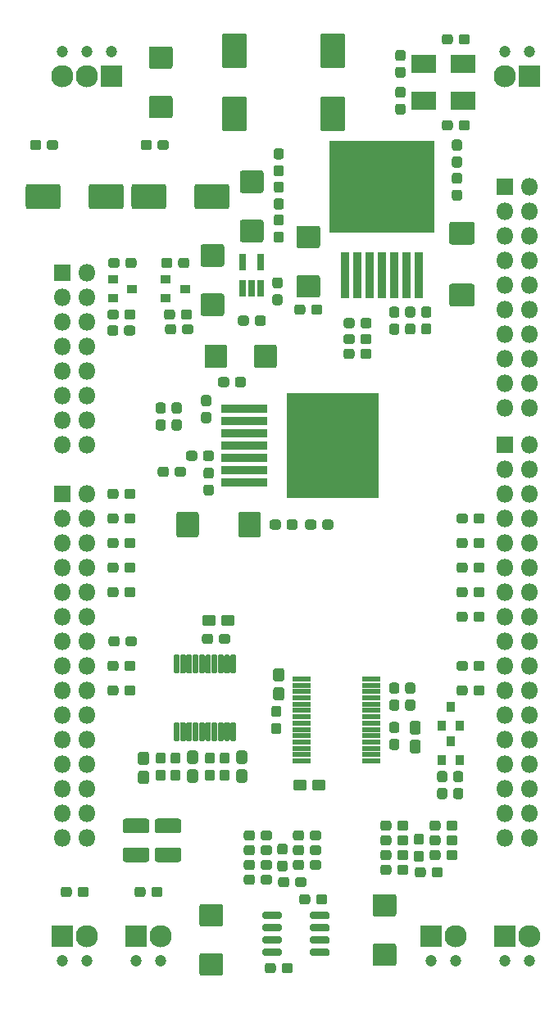
<source format=gbr>
%TF.GenerationSoftware,KiCad,Pcbnew,5.1.6-c6e7f7d~87~ubuntu18.04.1*%
%TF.CreationDate,2020-10-10T13:50:59+08:00*%
%TF.ProjectId,Arduino_codec,41726475-696e-46f5-9f63-6f6465632e6b,A*%
%TF.SameCoordinates,Original*%
%TF.FileFunction,Soldermask,Top*%
%TF.FilePolarity,Negative*%
%FSLAX46Y46*%
G04 Gerber Fmt 4.6, Leading zero omitted, Abs format (unit mm)*
G04 Created by KiCad (PCBNEW 5.1.6-c6e7f7d~87~ubuntu18.04.1) date 2020-10-10 13:50:59*
%MOMM*%
%LPD*%
G01*
G04 APERTURE LIST*
%ADD10R,1.850000X0.550000*%
%ADD11R,9.500000X10.900000*%
%ADD12R,4.700000X0.900000*%
%ADD13R,10.900000X9.500000*%
%ADD14R,0.900000X4.700000*%
%ADD15R,0.750000X1.660000*%
%ADD16R,0.900000X1.000000*%
%ADD17R,1.000000X0.900000*%
%ADD18R,2.300000X2.300000*%
%ADD19C,1.200000*%
%ADD20C,2.300000*%
%ADD21O,1.800000X1.800000*%
%ADD22R,1.800000X1.800000*%
%ADD23R,2.600000X1.900000*%
G04 APERTURE END LIST*
D10*
%TO.C,U5*%
X151301000Y-115663000D03*
X151301000Y-116313000D03*
X151301000Y-116963000D03*
X151301000Y-117613000D03*
X151301000Y-118263000D03*
X151301000Y-118913000D03*
X151301000Y-119563000D03*
X151301000Y-120213000D03*
X151301000Y-120863000D03*
X151301000Y-121513000D03*
X151301000Y-122163000D03*
X151301000Y-122813000D03*
X151301000Y-123463000D03*
X151301000Y-124113000D03*
X144101000Y-124113000D03*
X144101000Y-123463000D03*
X144101000Y-122813000D03*
X144101000Y-122163000D03*
X144101000Y-121513000D03*
X144101000Y-120863000D03*
X144101000Y-120213000D03*
X144101000Y-119563000D03*
X144101000Y-118913000D03*
X144101000Y-118263000D03*
X144101000Y-117613000D03*
X144101000Y-116963000D03*
X144101000Y-116313000D03*
X144101000Y-115663000D03*
%TD*%
%TO.C,C47*%
G36*
G01*
X145182000Y-126920191D02*
X145182000Y-126317809D01*
G75*
G02*
X145455809Y-126044000I273809J0D01*
G01*
X146308191Y-126044000D01*
G75*
G02*
X146582000Y-126317809I0J-273809D01*
G01*
X146582000Y-126920191D01*
G75*
G02*
X146308191Y-127194000I-273809J0D01*
G01*
X145455809Y-127194000D01*
G75*
G02*
X145182000Y-126920191I0J273809D01*
G01*
G37*
G36*
G01*
X143232000Y-126920191D02*
X143232000Y-126317809D01*
G75*
G02*
X143505809Y-126044000I273809J0D01*
G01*
X144358191Y-126044000D01*
G75*
G02*
X144632000Y-126317809I0J-273809D01*
G01*
X144632000Y-126920191D01*
G75*
G02*
X144358191Y-127194000I-273809J0D01*
G01*
X143505809Y-127194000D01*
G75*
G02*
X143232000Y-126920191I0J273809D01*
G01*
G37*
%TD*%
%TO.C,C45*%
G36*
G01*
X142033191Y-115930000D02*
X141430809Y-115930000D01*
G75*
G02*
X141157000Y-115656191I0J273809D01*
G01*
X141157000Y-114803809D01*
G75*
G02*
X141430809Y-114530000I273809J0D01*
G01*
X142033191Y-114530000D01*
G75*
G02*
X142307000Y-114803809I0J-273809D01*
G01*
X142307000Y-115656191D01*
G75*
G02*
X142033191Y-115930000I-273809J0D01*
G01*
G37*
G36*
G01*
X142033191Y-117880000D02*
X141430809Y-117880000D01*
G75*
G02*
X141157000Y-117606191I0J273809D01*
G01*
X141157000Y-116753809D01*
G75*
G02*
X141430809Y-116480000I273809J0D01*
G01*
X142033191Y-116480000D01*
G75*
G02*
X142307000Y-116753809I0J-273809D01*
G01*
X142307000Y-117606191D01*
G75*
G02*
X142033191Y-117880000I-273809J0D01*
G01*
G37*
%TD*%
%TO.C,C48*%
G36*
G01*
X133484000Y-98631110D02*
X133484000Y-100758890D01*
G75*
G02*
X133222890Y-101020000I-261110J0D01*
G01*
X131395110Y-101020000D01*
G75*
G02*
X131134000Y-100758890I0J261110D01*
G01*
X131134000Y-98631110D01*
G75*
G02*
X131395110Y-98370000I261110J0D01*
G01*
X133222890Y-98370000D01*
G75*
G02*
X133484000Y-98631110I0J-261110D01*
G01*
G37*
G36*
G01*
X139884000Y-98631110D02*
X139884000Y-100758890D01*
G75*
G02*
X139622890Y-101020000I-261110J0D01*
G01*
X137795110Y-101020000D01*
G75*
G02*
X137534000Y-100758890I0J261110D01*
G01*
X137534000Y-98631110D01*
G75*
G02*
X137795110Y-98370000I261110J0D01*
G01*
X139622890Y-98370000D01*
G75*
G02*
X139884000Y-98631110I0J-261110D01*
G01*
G37*
%TD*%
%TO.C,C15*%
G36*
G01*
X161718890Y-70746000D02*
X159591110Y-70746000D01*
G75*
G02*
X159330000Y-70484890I0J261110D01*
G01*
X159330000Y-68657110D01*
G75*
G02*
X159591110Y-68396000I261110J0D01*
G01*
X161718890Y-68396000D01*
G75*
G02*
X161980000Y-68657110I0J-261110D01*
G01*
X161980000Y-70484890D01*
G75*
G02*
X161718890Y-70746000I-261110J0D01*
G01*
G37*
G36*
G01*
X161718890Y-77146000D02*
X159591110Y-77146000D01*
G75*
G02*
X159330000Y-76884890I0J261110D01*
G01*
X159330000Y-75057110D01*
G75*
G02*
X159591110Y-74796000I261110J0D01*
G01*
X161718890Y-74796000D01*
G75*
G02*
X161980000Y-75057110I0J-261110D01*
G01*
X161980000Y-76884890D01*
G75*
G02*
X161718890Y-77146000I-261110J0D01*
G01*
G37*
%TD*%
D11*
%TO.C,U2*%
X147279000Y-91526000D03*
D12*
X138129000Y-95336000D03*
X138129000Y-94066000D03*
X138129000Y-92796000D03*
X138129000Y-91526000D03*
X138129000Y-90256000D03*
X138129000Y-88986000D03*
X138129000Y-87716000D03*
%TD*%
D13*
%TO.C,U1*%
X152419000Y-64782000D03*
D14*
X156229000Y-73932000D03*
X154959000Y-73932000D03*
X153689000Y-73932000D03*
X152419000Y-73932000D03*
X151149000Y-73932000D03*
X149879000Y-73932000D03*
X148609000Y-73932000D03*
%TD*%
%TO.C,R49*%
G36*
G01*
X129277500Y-88819000D02*
X129802500Y-88819000D01*
G75*
G02*
X130065000Y-89081500I0J-262500D01*
G01*
X130065000Y-89706500D01*
G75*
G02*
X129802500Y-89969000I-262500J0D01*
G01*
X129277500Y-89969000D01*
G75*
G02*
X129015000Y-89706500I0J262500D01*
G01*
X129015000Y-89081500D01*
G75*
G02*
X129277500Y-88819000I262500J0D01*
G01*
G37*
G36*
G01*
X129277500Y-87069000D02*
X129802500Y-87069000D01*
G75*
G02*
X130065000Y-87331500I0J-262500D01*
G01*
X130065000Y-87956500D01*
G75*
G02*
X129802500Y-88219000I-262500J0D01*
G01*
X129277500Y-88219000D01*
G75*
G02*
X129015000Y-87956500I0J262500D01*
G01*
X129015000Y-87331500D01*
G75*
G02*
X129277500Y-87069000I262500J0D01*
G01*
G37*
%TD*%
%TO.C,R48*%
G36*
G01*
X130983000Y-94496500D02*
X130983000Y-93971500D01*
G75*
G02*
X131245500Y-93709000I262500J0D01*
G01*
X131870500Y-93709000D01*
G75*
G02*
X132133000Y-93971500I0J-262500D01*
G01*
X132133000Y-94496500D01*
G75*
G02*
X131870500Y-94759000I-262500J0D01*
G01*
X131245500Y-94759000D01*
G75*
G02*
X130983000Y-94496500I0J262500D01*
G01*
G37*
G36*
G01*
X129233000Y-94496500D02*
X129233000Y-93971500D01*
G75*
G02*
X129495500Y-93709000I262500J0D01*
G01*
X130120500Y-93709000D01*
G75*
G02*
X130383000Y-93971500I0J-262500D01*
G01*
X130383000Y-94496500D01*
G75*
G02*
X130120500Y-94759000I-262500J0D01*
G01*
X129495500Y-94759000D01*
G75*
G02*
X129233000Y-94496500I0J262500D01*
G01*
G37*
%TD*%
%TO.C,R47*%
G36*
G01*
X131453500Y-88219000D02*
X130928500Y-88219000D01*
G75*
G02*
X130666000Y-87956500I0J262500D01*
G01*
X130666000Y-87331500D01*
G75*
G02*
X130928500Y-87069000I262500J0D01*
G01*
X131453500Y-87069000D01*
G75*
G02*
X131716000Y-87331500I0J-262500D01*
G01*
X131716000Y-87956500D01*
G75*
G02*
X131453500Y-88219000I-262500J0D01*
G01*
G37*
G36*
G01*
X131453500Y-89969000D02*
X130928500Y-89969000D01*
G75*
G02*
X130666000Y-89706500I0J262500D01*
G01*
X130666000Y-89081500D01*
G75*
G02*
X130928500Y-88819000I262500J0D01*
G01*
X131453500Y-88819000D01*
G75*
G02*
X131716000Y-89081500I0J-262500D01*
G01*
X131716000Y-89706500D01*
G75*
G02*
X131453500Y-89969000I-262500J0D01*
G01*
G37*
%TD*%
%TO.C,R46*%
G36*
G01*
X134230500Y-95550000D02*
X134755500Y-95550000D01*
G75*
G02*
X135018000Y-95812500I0J-262500D01*
G01*
X135018000Y-96437500D01*
G75*
G02*
X134755500Y-96700000I-262500J0D01*
G01*
X134230500Y-96700000D01*
G75*
G02*
X133968000Y-96437500I0J262500D01*
G01*
X133968000Y-95812500D01*
G75*
G02*
X134230500Y-95550000I262500J0D01*
G01*
G37*
G36*
G01*
X134230500Y-93800000D02*
X134755500Y-93800000D01*
G75*
G02*
X135018000Y-94062500I0J-262500D01*
G01*
X135018000Y-94687500D01*
G75*
G02*
X134755500Y-94950000I-262500J0D01*
G01*
X134230500Y-94950000D01*
G75*
G02*
X133968000Y-94687500I0J262500D01*
G01*
X133968000Y-94062500D01*
G75*
G02*
X134230500Y-93800000I262500J0D01*
G01*
G37*
%TD*%
%TO.C,R45*%
G36*
G01*
X133976500Y-88057000D02*
X134501500Y-88057000D01*
G75*
G02*
X134764000Y-88319500I0J-262500D01*
G01*
X134764000Y-88944500D01*
G75*
G02*
X134501500Y-89207000I-262500J0D01*
G01*
X133976500Y-89207000D01*
G75*
G02*
X133714000Y-88944500I0J262500D01*
G01*
X133714000Y-88319500D01*
G75*
G02*
X133976500Y-88057000I262500J0D01*
G01*
G37*
G36*
G01*
X133976500Y-86307000D02*
X134501500Y-86307000D01*
G75*
G02*
X134764000Y-86569500I0J-262500D01*
G01*
X134764000Y-87194500D01*
G75*
G02*
X134501500Y-87457000I-262500J0D01*
G01*
X133976500Y-87457000D01*
G75*
G02*
X133714000Y-87194500I0J262500D01*
G01*
X133714000Y-86569500D01*
G75*
G02*
X133976500Y-86307000I262500J0D01*
G01*
G37*
%TD*%
%TO.C,R44*%
G36*
G01*
X148410000Y-82304500D02*
X148410000Y-81779500D01*
G75*
G02*
X148672500Y-81517000I262500J0D01*
G01*
X149297500Y-81517000D01*
G75*
G02*
X149560000Y-81779500I0J-262500D01*
G01*
X149560000Y-82304500D01*
G75*
G02*
X149297500Y-82567000I-262500J0D01*
G01*
X148672500Y-82567000D01*
G75*
G02*
X148410000Y-82304500I0J262500D01*
G01*
G37*
G36*
G01*
X150160000Y-82304500D02*
X150160000Y-81779500D01*
G75*
G02*
X150422500Y-81517000I262500J0D01*
G01*
X151047500Y-81517000D01*
G75*
G02*
X151310000Y-81779500I0J-262500D01*
G01*
X151310000Y-82304500D01*
G75*
G02*
X151047500Y-82567000I-262500J0D01*
G01*
X150422500Y-82567000D01*
G75*
G02*
X150160000Y-82304500I0J262500D01*
G01*
G37*
%TD*%
%TO.C,R43*%
G36*
G01*
X155583500Y-78299000D02*
X155058500Y-78299000D01*
G75*
G02*
X154796000Y-78036500I0J262500D01*
G01*
X154796000Y-77411500D01*
G75*
G02*
X155058500Y-77149000I262500J0D01*
G01*
X155583500Y-77149000D01*
G75*
G02*
X155846000Y-77411500I0J-262500D01*
G01*
X155846000Y-78036500D01*
G75*
G02*
X155583500Y-78299000I-262500J0D01*
G01*
G37*
G36*
G01*
X155583500Y-80049000D02*
X155058500Y-80049000D01*
G75*
G02*
X154796000Y-79786500I0J262500D01*
G01*
X154796000Y-79161500D01*
G75*
G02*
X155058500Y-78899000I262500J0D01*
G01*
X155583500Y-78899000D01*
G75*
G02*
X155846000Y-79161500I0J-262500D01*
G01*
X155846000Y-79786500D01*
G75*
G02*
X155583500Y-80049000I-262500J0D01*
G01*
G37*
%TD*%
%TO.C,R42*%
G36*
G01*
X151324000Y-80255500D02*
X151324000Y-80780500D01*
G75*
G02*
X151061500Y-81043000I-262500J0D01*
G01*
X150436500Y-81043000D01*
G75*
G02*
X150174000Y-80780500I0J262500D01*
G01*
X150174000Y-80255500D01*
G75*
G02*
X150436500Y-79993000I262500J0D01*
G01*
X151061500Y-79993000D01*
G75*
G02*
X151324000Y-80255500I0J-262500D01*
G01*
G37*
G36*
G01*
X149574000Y-80255500D02*
X149574000Y-80780500D01*
G75*
G02*
X149311500Y-81043000I-262500J0D01*
G01*
X148686500Y-81043000D01*
G75*
G02*
X148424000Y-80780500I0J262500D01*
G01*
X148424000Y-80255500D01*
G75*
G02*
X148686500Y-79993000I262500J0D01*
G01*
X149311500Y-79993000D01*
G75*
G02*
X149574000Y-80255500I0J-262500D01*
G01*
G37*
%TD*%
%TO.C,R41*%
G36*
G01*
X157234500Y-78299000D02*
X156709500Y-78299000D01*
G75*
G02*
X156447000Y-78036500I0J262500D01*
G01*
X156447000Y-77411500D01*
G75*
G02*
X156709500Y-77149000I262500J0D01*
G01*
X157234500Y-77149000D01*
G75*
G02*
X157497000Y-77411500I0J-262500D01*
G01*
X157497000Y-78036500D01*
G75*
G02*
X157234500Y-78299000I-262500J0D01*
G01*
G37*
G36*
G01*
X157234500Y-80049000D02*
X156709500Y-80049000D01*
G75*
G02*
X156447000Y-79786500I0J262500D01*
G01*
X156447000Y-79161500D01*
G75*
G02*
X156709500Y-78899000I262500J0D01*
G01*
X157234500Y-78899000D01*
G75*
G02*
X157497000Y-79161500I0J-262500D01*
G01*
X157497000Y-79786500D01*
G75*
G02*
X157234500Y-80049000I-262500J0D01*
G01*
G37*
%TD*%
%TO.C,R40*%
G36*
G01*
X148424000Y-79129500D02*
X148424000Y-78604500D01*
G75*
G02*
X148686500Y-78342000I262500J0D01*
G01*
X149311500Y-78342000D01*
G75*
G02*
X149574000Y-78604500I0J-262500D01*
G01*
X149574000Y-79129500D01*
G75*
G02*
X149311500Y-79392000I-262500J0D01*
G01*
X148686500Y-79392000D01*
G75*
G02*
X148424000Y-79129500I0J262500D01*
G01*
G37*
G36*
G01*
X150174000Y-79129500D02*
X150174000Y-78604500D01*
G75*
G02*
X150436500Y-78342000I262500J0D01*
G01*
X151061500Y-78342000D01*
G75*
G02*
X151324000Y-78604500I0J-262500D01*
G01*
X151324000Y-79129500D01*
G75*
G02*
X151061500Y-79392000I-262500J0D01*
G01*
X150436500Y-79392000D01*
G75*
G02*
X150174000Y-79129500I0J262500D01*
G01*
G37*
%TD*%
%TO.C,C49*%
G36*
G01*
X133304000Y-92320500D02*
X133304000Y-92845500D01*
G75*
G02*
X133041500Y-93108000I-262500J0D01*
G01*
X132416500Y-93108000D01*
G75*
G02*
X132154000Y-92845500I0J262500D01*
G01*
X132154000Y-92320500D01*
G75*
G02*
X132416500Y-92058000I262500J0D01*
G01*
X133041500Y-92058000D01*
G75*
G02*
X133304000Y-92320500I0J-262500D01*
G01*
G37*
G36*
G01*
X135054000Y-92320500D02*
X135054000Y-92845500D01*
G75*
G02*
X134791500Y-93108000I-262500J0D01*
G01*
X134166500Y-93108000D01*
G75*
G02*
X133904000Y-92845500I0J262500D01*
G01*
X133904000Y-92320500D01*
G75*
G02*
X134166500Y-92058000I262500J0D01*
G01*
X134791500Y-92058000D01*
G75*
G02*
X135054000Y-92320500I0J-262500D01*
G01*
G37*
%TD*%
%TO.C,C17*%
G36*
G01*
X136606000Y-84700500D02*
X136606000Y-85225500D01*
G75*
G02*
X136343500Y-85488000I-262500J0D01*
G01*
X135718500Y-85488000D01*
G75*
G02*
X135456000Y-85225500I0J262500D01*
G01*
X135456000Y-84700500D01*
G75*
G02*
X135718500Y-84438000I262500J0D01*
G01*
X136343500Y-84438000D01*
G75*
G02*
X136606000Y-84700500I0J-262500D01*
G01*
G37*
G36*
G01*
X138356000Y-84700500D02*
X138356000Y-85225500D01*
G75*
G02*
X138093500Y-85488000I-262500J0D01*
G01*
X137468500Y-85488000D01*
G75*
G02*
X137206000Y-85225500I0J262500D01*
G01*
X137206000Y-84700500D01*
G75*
G02*
X137468500Y-84438000I262500J0D01*
G01*
X138093500Y-84438000D01*
G75*
G02*
X138356000Y-84700500I0J-262500D01*
G01*
G37*
%TD*%
%TO.C,C14*%
G36*
G01*
X136420000Y-81332110D02*
X136420000Y-83259890D01*
G75*
G02*
X136158890Y-83521000I-261110J0D01*
G01*
X134331110Y-83521000D01*
G75*
G02*
X134070000Y-83259890I0J261110D01*
G01*
X134070000Y-81332110D01*
G75*
G02*
X134331110Y-81071000I261110J0D01*
G01*
X136158890Y-81071000D01*
G75*
G02*
X136420000Y-81332110I0J-261110D01*
G01*
G37*
G36*
G01*
X141520000Y-81332110D02*
X141520000Y-83259890D01*
G75*
G02*
X141258890Y-83521000I-261110J0D01*
G01*
X139431110Y-83521000D01*
G75*
G02*
X139170000Y-83259890I0J261110D01*
G01*
X139170000Y-81332110D01*
G75*
G02*
X139431110Y-81071000I261110J0D01*
G01*
X141258890Y-81071000D01*
G75*
G02*
X141520000Y-81332110I0J-261110D01*
G01*
G37*
%TD*%
%TO.C,C13*%
G36*
G01*
X153407500Y-78913000D02*
X153932500Y-78913000D01*
G75*
G02*
X154195000Y-79175500I0J-262500D01*
G01*
X154195000Y-79800500D01*
G75*
G02*
X153932500Y-80063000I-262500J0D01*
G01*
X153407500Y-80063000D01*
G75*
G02*
X153145000Y-79800500I0J262500D01*
G01*
X153145000Y-79175500D01*
G75*
G02*
X153407500Y-78913000I262500J0D01*
G01*
G37*
G36*
G01*
X153407500Y-77163000D02*
X153932500Y-77163000D01*
G75*
G02*
X154195000Y-77425500I0J-262500D01*
G01*
X154195000Y-78050500D01*
G75*
G02*
X153932500Y-78313000I-262500J0D01*
G01*
X153407500Y-78313000D01*
G75*
G02*
X153145000Y-78050500I0J262500D01*
G01*
X153145000Y-77425500D01*
G75*
G02*
X153407500Y-77163000I262500J0D01*
G01*
G37*
%TD*%
%TO.C,C12*%
G36*
G01*
X145743890Y-71142000D02*
X143816110Y-71142000D01*
G75*
G02*
X143555000Y-70880890I0J261110D01*
G01*
X143555000Y-69053110D01*
G75*
G02*
X143816110Y-68792000I261110J0D01*
G01*
X145743890Y-68792000D01*
G75*
G02*
X146005000Y-69053110I0J-261110D01*
G01*
X146005000Y-70880890D01*
G75*
G02*
X145743890Y-71142000I-261110J0D01*
G01*
G37*
G36*
G01*
X145743890Y-76242000D02*
X143816110Y-76242000D01*
G75*
G02*
X143555000Y-75980890I0J261110D01*
G01*
X143555000Y-74153110D01*
G75*
G02*
X143816110Y-73892000I261110J0D01*
G01*
X145743890Y-73892000D01*
G75*
G02*
X146005000Y-74153110I0J-261110D01*
G01*
X146005000Y-75980890D01*
G75*
G02*
X145743890Y-76242000I-261110J0D01*
G01*
G37*
%TD*%
%TO.C,C41*%
G36*
G01*
X135784000Y-109902191D02*
X135784000Y-109299809D01*
G75*
G02*
X136057809Y-109026000I273809J0D01*
G01*
X136910191Y-109026000D01*
G75*
G02*
X137184000Y-109299809I0J-273809D01*
G01*
X137184000Y-109902191D01*
G75*
G02*
X136910191Y-110176000I-273809J0D01*
G01*
X136057809Y-110176000D01*
G75*
G02*
X135784000Y-109902191I0J273809D01*
G01*
G37*
G36*
G01*
X133834000Y-109902191D02*
X133834000Y-109299809D01*
G75*
G02*
X134107809Y-109026000I273809J0D01*
G01*
X134960191Y-109026000D01*
G75*
G02*
X135234000Y-109299809I0J-273809D01*
G01*
X135234000Y-109902191D01*
G75*
G02*
X134960191Y-110176000I-273809J0D01*
G01*
X134107809Y-110176000D01*
G75*
G02*
X133834000Y-109902191I0J273809D01*
G01*
G37*
%TD*%
%TO.C,C37*%
G36*
G01*
X137620809Y-124989000D02*
X138223191Y-124989000D01*
G75*
G02*
X138497000Y-125262809I0J-273809D01*
G01*
X138497000Y-126115191D01*
G75*
G02*
X138223191Y-126389000I-273809J0D01*
G01*
X137620809Y-126389000D01*
G75*
G02*
X137347000Y-126115191I0J273809D01*
G01*
X137347000Y-125262809D01*
G75*
G02*
X137620809Y-124989000I273809J0D01*
G01*
G37*
G36*
G01*
X137620809Y-123039000D02*
X138223191Y-123039000D01*
G75*
G02*
X138497000Y-123312809I0J-273809D01*
G01*
X138497000Y-124165191D01*
G75*
G02*
X138223191Y-124439000I-273809J0D01*
G01*
X137620809Y-124439000D01*
G75*
G02*
X137347000Y-124165191I0J273809D01*
G01*
X137347000Y-123312809D01*
G75*
G02*
X137620809Y-123039000I273809J0D01*
G01*
G37*
%TD*%
%TO.C,C35*%
G36*
G01*
X132540809Y-124989000D02*
X133143191Y-124989000D01*
G75*
G02*
X133417000Y-125262809I0J-273809D01*
G01*
X133417000Y-126115191D01*
G75*
G02*
X133143191Y-126389000I-273809J0D01*
G01*
X132540809Y-126389000D01*
G75*
G02*
X132267000Y-126115191I0J273809D01*
G01*
X132267000Y-125262809D01*
G75*
G02*
X132540809Y-124989000I273809J0D01*
G01*
G37*
G36*
G01*
X132540809Y-123039000D02*
X133143191Y-123039000D01*
G75*
G02*
X133417000Y-123312809I0J-273809D01*
G01*
X133417000Y-124165191D01*
G75*
G02*
X133143191Y-124439000I-273809J0D01*
G01*
X132540809Y-124439000D01*
G75*
G02*
X132267000Y-124165191I0J273809D01*
G01*
X132267000Y-123312809D01*
G75*
G02*
X132540809Y-123039000I273809J0D01*
G01*
G37*
%TD*%
%TO.C,C33*%
G36*
G01*
X127460809Y-125116000D02*
X128063191Y-125116000D01*
G75*
G02*
X128337000Y-125389809I0J-273809D01*
G01*
X128337000Y-126242191D01*
G75*
G02*
X128063191Y-126516000I-273809J0D01*
G01*
X127460809Y-126516000D01*
G75*
G02*
X127187000Y-126242191I0J273809D01*
G01*
X127187000Y-125389809D01*
G75*
G02*
X127460809Y-125116000I273809J0D01*
G01*
G37*
G36*
G01*
X127460809Y-123166000D02*
X128063191Y-123166000D01*
G75*
G02*
X128337000Y-123439809I0J-273809D01*
G01*
X128337000Y-124292191D01*
G75*
G02*
X128063191Y-124566000I-273809J0D01*
G01*
X127460809Y-124566000D01*
G75*
G02*
X127187000Y-124292191I0J273809D01*
G01*
X127187000Y-123439809D01*
G75*
G02*
X127460809Y-123166000I273809J0D01*
G01*
G37*
%TD*%
%TO.C,C20*%
G36*
G01*
X153617890Y-140230000D02*
X151690110Y-140230000D01*
G75*
G02*
X151429000Y-139968890I0J261110D01*
G01*
X151429000Y-138141110D01*
G75*
G02*
X151690110Y-137880000I261110J0D01*
G01*
X153617890Y-137880000D01*
G75*
G02*
X153879000Y-138141110I0J-261110D01*
G01*
X153879000Y-139968890D01*
G75*
G02*
X153617890Y-140230000I-261110J0D01*
G01*
G37*
G36*
G01*
X153617890Y-145330000D02*
X151690110Y-145330000D01*
G75*
G02*
X151429000Y-145068890I0J261110D01*
G01*
X151429000Y-143241110D01*
G75*
G02*
X151690110Y-142980000I261110J0D01*
G01*
X153617890Y-142980000D01*
G75*
G02*
X153879000Y-143241110I0J-261110D01*
G01*
X153879000Y-145068890D01*
G75*
G02*
X153617890Y-145330000I-261110J0D01*
G01*
G37*
%TD*%
%TO.C,C18*%
G36*
G01*
X135710890Y-141246000D02*
X133783110Y-141246000D01*
G75*
G02*
X133522000Y-140984890I0J261110D01*
G01*
X133522000Y-139157110D01*
G75*
G02*
X133783110Y-138896000I261110J0D01*
G01*
X135710890Y-138896000D01*
G75*
G02*
X135972000Y-139157110I0J-261110D01*
G01*
X135972000Y-140984890D01*
G75*
G02*
X135710890Y-141246000I-261110J0D01*
G01*
G37*
G36*
G01*
X135710890Y-146346000D02*
X133783110Y-146346000D01*
G75*
G02*
X133522000Y-146084890I0J261110D01*
G01*
X133522000Y-144257110D01*
G75*
G02*
X133783110Y-143996000I261110J0D01*
G01*
X135710890Y-143996000D01*
G75*
G02*
X135972000Y-144257110I0J-261110D01*
G01*
X135972000Y-146084890D01*
G75*
G02*
X135710890Y-146346000I-261110J0D01*
G01*
G37*
%TD*%
%TO.C,U6*%
G36*
G01*
X131337000Y-115102000D02*
X131037000Y-115102000D01*
G75*
G02*
X130887000Y-114952000I0J150000D01*
G01*
X130887000Y-113252000D01*
G75*
G02*
X131037000Y-113102000I150000J0D01*
G01*
X131337000Y-113102000D01*
G75*
G02*
X131487000Y-113252000I0J-150000D01*
G01*
X131487000Y-114952000D01*
G75*
G02*
X131337000Y-115102000I-150000J0D01*
G01*
G37*
G36*
G01*
X131987000Y-115102000D02*
X131687000Y-115102000D01*
G75*
G02*
X131537000Y-114952000I0J150000D01*
G01*
X131537000Y-113252000D01*
G75*
G02*
X131687000Y-113102000I150000J0D01*
G01*
X131987000Y-113102000D01*
G75*
G02*
X132137000Y-113252000I0J-150000D01*
G01*
X132137000Y-114952000D01*
G75*
G02*
X131987000Y-115102000I-150000J0D01*
G01*
G37*
G36*
G01*
X132637000Y-115102000D02*
X132337000Y-115102000D01*
G75*
G02*
X132187000Y-114952000I0J150000D01*
G01*
X132187000Y-113252000D01*
G75*
G02*
X132337000Y-113102000I150000J0D01*
G01*
X132637000Y-113102000D01*
G75*
G02*
X132787000Y-113252000I0J-150000D01*
G01*
X132787000Y-114952000D01*
G75*
G02*
X132637000Y-115102000I-150000J0D01*
G01*
G37*
G36*
G01*
X133287000Y-115102000D02*
X132987000Y-115102000D01*
G75*
G02*
X132837000Y-114952000I0J150000D01*
G01*
X132837000Y-113252000D01*
G75*
G02*
X132987000Y-113102000I150000J0D01*
G01*
X133287000Y-113102000D01*
G75*
G02*
X133437000Y-113252000I0J-150000D01*
G01*
X133437000Y-114952000D01*
G75*
G02*
X133287000Y-115102000I-150000J0D01*
G01*
G37*
G36*
G01*
X133937000Y-115102000D02*
X133637000Y-115102000D01*
G75*
G02*
X133487000Y-114952000I0J150000D01*
G01*
X133487000Y-113252000D01*
G75*
G02*
X133637000Y-113102000I150000J0D01*
G01*
X133937000Y-113102000D01*
G75*
G02*
X134087000Y-113252000I0J-150000D01*
G01*
X134087000Y-114952000D01*
G75*
G02*
X133937000Y-115102000I-150000J0D01*
G01*
G37*
G36*
G01*
X134587000Y-115102000D02*
X134287000Y-115102000D01*
G75*
G02*
X134137000Y-114952000I0J150000D01*
G01*
X134137000Y-113252000D01*
G75*
G02*
X134287000Y-113102000I150000J0D01*
G01*
X134587000Y-113102000D01*
G75*
G02*
X134737000Y-113252000I0J-150000D01*
G01*
X134737000Y-114952000D01*
G75*
G02*
X134587000Y-115102000I-150000J0D01*
G01*
G37*
G36*
G01*
X135237000Y-115102000D02*
X134937000Y-115102000D01*
G75*
G02*
X134787000Y-114952000I0J150000D01*
G01*
X134787000Y-113252000D01*
G75*
G02*
X134937000Y-113102000I150000J0D01*
G01*
X135237000Y-113102000D01*
G75*
G02*
X135387000Y-113252000I0J-150000D01*
G01*
X135387000Y-114952000D01*
G75*
G02*
X135237000Y-115102000I-150000J0D01*
G01*
G37*
G36*
G01*
X135887000Y-115102000D02*
X135587000Y-115102000D01*
G75*
G02*
X135437000Y-114952000I0J150000D01*
G01*
X135437000Y-113252000D01*
G75*
G02*
X135587000Y-113102000I150000J0D01*
G01*
X135887000Y-113102000D01*
G75*
G02*
X136037000Y-113252000I0J-150000D01*
G01*
X136037000Y-114952000D01*
G75*
G02*
X135887000Y-115102000I-150000J0D01*
G01*
G37*
G36*
G01*
X136537000Y-115102000D02*
X136237000Y-115102000D01*
G75*
G02*
X136087000Y-114952000I0J150000D01*
G01*
X136087000Y-113252000D01*
G75*
G02*
X136237000Y-113102000I150000J0D01*
G01*
X136537000Y-113102000D01*
G75*
G02*
X136687000Y-113252000I0J-150000D01*
G01*
X136687000Y-114952000D01*
G75*
G02*
X136537000Y-115102000I-150000J0D01*
G01*
G37*
G36*
G01*
X137187000Y-115102000D02*
X136887000Y-115102000D01*
G75*
G02*
X136737000Y-114952000I0J150000D01*
G01*
X136737000Y-113252000D01*
G75*
G02*
X136887000Y-113102000I150000J0D01*
G01*
X137187000Y-113102000D01*
G75*
G02*
X137337000Y-113252000I0J-150000D01*
G01*
X137337000Y-114952000D01*
G75*
G02*
X137187000Y-115102000I-150000J0D01*
G01*
G37*
G36*
G01*
X137187000Y-122102000D02*
X136887000Y-122102000D01*
G75*
G02*
X136737000Y-121952000I0J150000D01*
G01*
X136737000Y-120252000D01*
G75*
G02*
X136887000Y-120102000I150000J0D01*
G01*
X137187000Y-120102000D01*
G75*
G02*
X137337000Y-120252000I0J-150000D01*
G01*
X137337000Y-121952000D01*
G75*
G02*
X137187000Y-122102000I-150000J0D01*
G01*
G37*
G36*
G01*
X136537000Y-122102000D02*
X136237000Y-122102000D01*
G75*
G02*
X136087000Y-121952000I0J150000D01*
G01*
X136087000Y-120252000D01*
G75*
G02*
X136237000Y-120102000I150000J0D01*
G01*
X136537000Y-120102000D01*
G75*
G02*
X136687000Y-120252000I0J-150000D01*
G01*
X136687000Y-121952000D01*
G75*
G02*
X136537000Y-122102000I-150000J0D01*
G01*
G37*
G36*
G01*
X135887000Y-122102000D02*
X135587000Y-122102000D01*
G75*
G02*
X135437000Y-121952000I0J150000D01*
G01*
X135437000Y-120252000D01*
G75*
G02*
X135587000Y-120102000I150000J0D01*
G01*
X135887000Y-120102000D01*
G75*
G02*
X136037000Y-120252000I0J-150000D01*
G01*
X136037000Y-121952000D01*
G75*
G02*
X135887000Y-122102000I-150000J0D01*
G01*
G37*
G36*
G01*
X135237000Y-122102000D02*
X134937000Y-122102000D01*
G75*
G02*
X134787000Y-121952000I0J150000D01*
G01*
X134787000Y-120252000D01*
G75*
G02*
X134937000Y-120102000I150000J0D01*
G01*
X135237000Y-120102000D01*
G75*
G02*
X135387000Y-120252000I0J-150000D01*
G01*
X135387000Y-121952000D01*
G75*
G02*
X135237000Y-122102000I-150000J0D01*
G01*
G37*
G36*
G01*
X134587000Y-122102000D02*
X134287000Y-122102000D01*
G75*
G02*
X134137000Y-121952000I0J150000D01*
G01*
X134137000Y-120252000D01*
G75*
G02*
X134287000Y-120102000I150000J0D01*
G01*
X134587000Y-120102000D01*
G75*
G02*
X134737000Y-120252000I0J-150000D01*
G01*
X134737000Y-121952000D01*
G75*
G02*
X134587000Y-122102000I-150000J0D01*
G01*
G37*
G36*
G01*
X133937000Y-122102000D02*
X133637000Y-122102000D01*
G75*
G02*
X133487000Y-121952000I0J150000D01*
G01*
X133487000Y-120252000D01*
G75*
G02*
X133637000Y-120102000I150000J0D01*
G01*
X133937000Y-120102000D01*
G75*
G02*
X134087000Y-120252000I0J-150000D01*
G01*
X134087000Y-121952000D01*
G75*
G02*
X133937000Y-122102000I-150000J0D01*
G01*
G37*
G36*
G01*
X133287000Y-122102000D02*
X132987000Y-122102000D01*
G75*
G02*
X132837000Y-121952000I0J150000D01*
G01*
X132837000Y-120252000D01*
G75*
G02*
X132987000Y-120102000I150000J0D01*
G01*
X133287000Y-120102000D01*
G75*
G02*
X133437000Y-120252000I0J-150000D01*
G01*
X133437000Y-121952000D01*
G75*
G02*
X133287000Y-122102000I-150000J0D01*
G01*
G37*
G36*
G01*
X132637000Y-122102000D02*
X132337000Y-122102000D01*
G75*
G02*
X132187000Y-121952000I0J150000D01*
G01*
X132187000Y-120252000D01*
G75*
G02*
X132337000Y-120102000I150000J0D01*
G01*
X132637000Y-120102000D01*
G75*
G02*
X132787000Y-120252000I0J-150000D01*
G01*
X132787000Y-121952000D01*
G75*
G02*
X132637000Y-122102000I-150000J0D01*
G01*
G37*
G36*
G01*
X131987000Y-122102000D02*
X131687000Y-122102000D01*
G75*
G02*
X131537000Y-121952000I0J150000D01*
G01*
X131537000Y-120252000D01*
G75*
G02*
X131687000Y-120102000I150000J0D01*
G01*
X131987000Y-120102000D01*
G75*
G02*
X132137000Y-120252000I0J-150000D01*
G01*
X132137000Y-121952000D01*
G75*
G02*
X131987000Y-122102000I-150000J0D01*
G01*
G37*
G36*
G01*
X131337000Y-122102000D02*
X131037000Y-122102000D01*
G75*
G02*
X130887000Y-121952000I0J150000D01*
G01*
X130887000Y-120252000D01*
G75*
G02*
X131037000Y-120102000I150000J0D01*
G01*
X131337000Y-120102000D01*
G75*
G02*
X131487000Y-120252000I0J-150000D01*
G01*
X131487000Y-121952000D01*
G75*
G02*
X131337000Y-122102000I-150000J0D01*
G01*
G37*
%TD*%
D15*
%TO.C,U4*%
X137988000Y-72564000D03*
X139888000Y-72564000D03*
X139888000Y-75264000D03*
X138938000Y-75264000D03*
X137988000Y-75264000D03*
%TD*%
%TO.C,U3*%
G36*
G01*
X142060000Y-143716000D02*
X142060000Y-144066000D01*
G75*
G02*
X141885000Y-144241000I-175000J0D01*
G01*
X140185000Y-144241000D01*
G75*
G02*
X140010000Y-144066000I0J175000D01*
G01*
X140010000Y-143716000D01*
G75*
G02*
X140185000Y-143541000I175000J0D01*
G01*
X141885000Y-143541000D01*
G75*
G02*
X142060000Y-143716000I0J-175000D01*
G01*
G37*
G36*
G01*
X142060000Y-142446000D02*
X142060000Y-142796000D01*
G75*
G02*
X141885000Y-142971000I-175000J0D01*
G01*
X140185000Y-142971000D01*
G75*
G02*
X140010000Y-142796000I0J175000D01*
G01*
X140010000Y-142446000D01*
G75*
G02*
X140185000Y-142271000I175000J0D01*
G01*
X141885000Y-142271000D01*
G75*
G02*
X142060000Y-142446000I0J-175000D01*
G01*
G37*
G36*
G01*
X142060000Y-141176000D02*
X142060000Y-141526000D01*
G75*
G02*
X141885000Y-141701000I-175000J0D01*
G01*
X140185000Y-141701000D01*
G75*
G02*
X140010000Y-141526000I0J175000D01*
G01*
X140010000Y-141176000D01*
G75*
G02*
X140185000Y-141001000I175000J0D01*
G01*
X141885000Y-141001000D01*
G75*
G02*
X142060000Y-141176000I0J-175000D01*
G01*
G37*
G36*
G01*
X142060000Y-139906000D02*
X142060000Y-140256000D01*
G75*
G02*
X141885000Y-140431000I-175000J0D01*
G01*
X140185000Y-140431000D01*
G75*
G02*
X140010000Y-140256000I0J175000D01*
G01*
X140010000Y-139906000D01*
G75*
G02*
X140185000Y-139731000I175000J0D01*
G01*
X141885000Y-139731000D01*
G75*
G02*
X142060000Y-139906000I0J-175000D01*
G01*
G37*
G36*
G01*
X147010000Y-139906000D02*
X147010000Y-140256000D01*
G75*
G02*
X146835000Y-140431000I-175000J0D01*
G01*
X145135000Y-140431000D01*
G75*
G02*
X144960000Y-140256000I0J175000D01*
G01*
X144960000Y-139906000D01*
G75*
G02*
X145135000Y-139731000I175000J0D01*
G01*
X146835000Y-139731000D01*
G75*
G02*
X147010000Y-139906000I0J-175000D01*
G01*
G37*
G36*
G01*
X147010000Y-141176000D02*
X147010000Y-141526000D01*
G75*
G02*
X146835000Y-141701000I-175000J0D01*
G01*
X145135000Y-141701000D01*
G75*
G02*
X144960000Y-141526000I0J175000D01*
G01*
X144960000Y-141176000D01*
G75*
G02*
X145135000Y-141001000I175000J0D01*
G01*
X146835000Y-141001000D01*
G75*
G02*
X147010000Y-141176000I0J-175000D01*
G01*
G37*
G36*
G01*
X147010000Y-142446000D02*
X147010000Y-142796000D01*
G75*
G02*
X146835000Y-142971000I-175000J0D01*
G01*
X145135000Y-142971000D01*
G75*
G02*
X144960000Y-142796000I0J175000D01*
G01*
X144960000Y-142446000D01*
G75*
G02*
X145135000Y-142271000I175000J0D01*
G01*
X146835000Y-142271000D01*
G75*
G02*
X147010000Y-142446000I0J-175000D01*
G01*
G37*
G36*
G01*
X147010000Y-143716000D02*
X147010000Y-144066000D01*
G75*
G02*
X146835000Y-144241000I-175000J0D01*
G01*
X145135000Y-144241000D01*
G75*
G02*
X144960000Y-144066000I0J175000D01*
G01*
X144960000Y-143716000D01*
G75*
G02*
X145135000Y-143541000I175000J0D01*
G01*
X146835000Y-143541000D01*
G75*
G02*
X147010000Y-143716000I0J-175000D01*
G01*
G37*
%TD*%
%TO.C,R39*%
G36*
G01*
X125790000Y-78240500D02*
X125790000Y-77715500D01*
G75*
G02*
X126052500Y-77453000I262500J0D01*
G01*
X126677500Y-77453000D01*
G75*
G02*
X126940000Y-77715500I0J-262500D01*
G01*
X126940000Y-78240500D01*
G75*
G02*
X126677500Y-78503000I-262500J0D01*
G01*
X126052500Y-78503000D01*
G75*
G02*
X125790000Y-78240500I0J262500D01*
G01*
G37*
G36*
G01*
X124040000Y-78240500D02*
X124040000Y-77715500D01*
G75*
G02*
X124302500Y-77453000I262500J0D01*
G01*
X124927500Y-77453000D01*
G75*
G02*
X125190000Y-77715500I0J-262500D01*
G01*
X125190000Y-78240500D01*
G75*
G02*
X124927500Y-78503000I-262500J0D01*
G01*
X124302500Y-78503000D01*
G75*
G02*
X124040000Y-78240500I0J262500D01*
G01*
G37*
%TD*%
%TO.C,R38*%
G36*
G01*
X159884500Y-65070000D02*
X160409500Y-65070000D01*
G75*
G02*
X160672000Y-65332500I0J-262500D01*
G01*
X160672000Y-65957500D01*
G75*
G02*
X160409500Y-66220000I-262500J0D01*
G01*
X159884500Y-66220000D01*
G75*
G02*
X159622000Y-65957500I0J262500D01*
G01*
X159622000Y-65332500D01*
G75*
G02*
X159884500Y-65070000I262500J0D01*
G01*
G37*
G36*
G01*
X159884500Y-63320000D02*
X160409500Y-63320000D01*
G75*
G02*
X160672000Y-63582500I0J-262500D01*
G01*
X160672000Y-64207500D01*
G75*
G02*
X160409500Y-64470000I-262500J0D01*
G01*
X159884500Y-64470000D01*
G75*
G02*
X159622000Y-64207500I0J262500D01*
G01*
X159622000Y-63582500D01*
G75*
G02*
X159884500Y-63320000I262500J0D01*
G01*
G37*
%TD*%
%TO.C,R37*%
G36*
G01*
X141469500Y-65973000D02*
X141994500Y-65973000D01*
G75*
G02*
X142257000Y-66235500I0J-262500D01*
G01*
X142257000Y-66860500D01*
G75*
G02*
X141994500Y-67123000I-262500J0D01*
G01*
X141469500Y-67123000D01*
G75*
G02*
X141207000Y-66860500I0J262500D01*
G01*
X141207000Y-66235500D01*
G75*
G02*
X141469500Y-65973000I262500J0D01*
G01*
G37*
G36*
G01*
X141469500Y-64223000D02*
X141994500Y-64223000D01*
G75*
G02*
X142257000Y-64485500I0J-262500D01*
G01*
X142257000Y-65110500D01*
G75*
G02*
X141994500Y-65373000I-262500J0D01*
G01*
X141469500Y-65373000D01*
G75*
G02*
X141207000Y-65110500I0J262500D01*
G01*
X141207000Y-64485500D01*
G75*
G02*
X141469500Y-64223000I262500J0D01*
G01*
G37*
%TD*%
%TO.C,R36*%
G36*
G01*
X141940000Y-99432500D02*
X141940000Y-99957500D01*
G75*
G02*
X141677500Y-100220000I-262500J0D01*
G01*
X141052500Y-100220000D01*
G75*
G02*
X140790000Y-99957500I0J262500D01*
G01*
X140790000Y-99432500D01*
G75*
G02*
X141052500Y-99170000I262500J0D01*
G01*
X141677500Y-99170000D01*
G75*
G02*
X141940000Y-99432500I0J-262500D01*
G01*
G37*
G36*
G01*
X143690000Y-99432500D02*
X143690000Y-99957500D01*
G75*
G02*
X143427500Y-100220000I-262500J0D01*
G01*
X142802500Y-100220000D01*
G75*
G02*
X142540000Y-99957500I0J262500D01*
G01*
X142540000Y-99432500D01*
G75*
G02*
X142802500Y-99170000I262500J0D01*
G01*
X143427500Y-99170000D01*
G75*
G02*
X143690000Y-99432500I0J-262500D01*
G01*
G37*
%TD*%
%TO.C,R35*%
G36*
G01*
X131018000Y-77715500D02*
X131018000Y-78240500D01*
G75*
G02*
X130755500Y-78503000I-262500J0D01*
G01*
X130130500Y-78503000D01*
G75*
G02*
X129868000Y-78240500I0J262500D01*
G01*
X129868000Y-77715500D01*
G75*
G02*
X130130500Y-77453000I262500J0D01*
G01*
X130755500Y-77453000D01*
G75*
G02*
X131018000Y-77715500I0J-262500D01*
G01*
G37*
G36*
G01*
X132768000Y-77715500D02*
X132768000Y-78240500D01*
G75*
G02*
X132505500Y-78503000I-262500J0D01*
G01*
X131880500Y-78503000D01*
G75*
G02*
X131618000Y-78240500I0J262500D01*
G01*
X131618000Y-77715500D01*
G75*
G02*
X131880500Y-77453000I262500J0D01*
G01*
X132505500Y-77453000D01*
G75*
G02*
X132768000Y-77715500I0J-262500D01*
G01*
G37*
%TD*%
%TO.C,R34*%
G36*
G01*
X153932500Y-117175000D02*
X153407500Y-117175000D01*
G75*
G02*
X153145000Y-116912500I0J262500D01*
G01*
X153145000Y-116287500D01*
G75*
G02*
X153407500Y-116025000I262500J0D01*
G01*
X153932500Y-116025000D01*
G75*
G02*
X154195000Y-116287500I0J-262500D01*
G01*
X154195000Y-116912500D01*
G75*
G02*
X153932500Y-117175000I-262500J0D01*
G01*
G37*
G36*
G01*
X153932500Y-118925000D02*
X153407500Y-118925000D01*
G75*
G02*
X153145000Y-118662500I0J262500D01*
G01*
X153145000Y-118037500D01*
G75*
G02*
X153407500Y-117775000I262500J0D01*
G01*
X153932500Y-117775000D01*
G75*
G02*
X154195000Y-118037500I0J-262500D01*
G01*
X154195000Y-118662500D01*
G75*
G02*
X153932500Y-118925000I-262500J0D01*
G01*
G37*
%TD*%
%TO.C,R33*%
G36*
G01*
X155583500Y-117175000D02*
X155058500Y-117175000D01*
G75*
G02*
X154796000Y-116912500I0J262500D01*
G01*
X154796000Y-116287500D01*
G75*
G02*
X155058500Y-116025000I262500J0D01*
G01*
X155583500Y-116025000D01*
G75*
G02*
X155846000Y-116287500I0J-262500D01*
G01*
X155846000Y-116912500D01*
G75*
G02*
X155583500Y-117175000I-262500J0D01*
G01*
G37*
G36*
G01*
X155583500Y-118925000D02*
X155058500Y-118925000D01*
G75*
G02*
X154796000Y-118662500I0J262500D01*
G01*
X154796000Y-118037500D01*
G75*
G02*
X155058500Y-117775000I262500J0D01*
G01*
X155583500Y-117775000D01*
G75*
G02*
X155846000Y-118037500I0J-262500D01*
G01*
X155846000Y-118662500D01*
G75*
G02*
X155583500Y-118925000I-262500J0D01*
G01*
G37*
%TD*%
%TO.C,R32*%
G36*
G01*
X161244000Y-106417500D02*
X161244000Y-106942500D01*
G75*
G02*
X160981500Y-107205000I-262500J0D01*
G01*
X160356500Y-107205000D01*
G75*
G02*
X160094000Y-106942500I0J262500D01*
G01*
X160094000Y-106417500D01*
G75*
G02*
X160356500Y-106155000I262500J0D01*
G01*
X160981500Y-106155000D01*
G75*
G02*
X161244000Y-106417500I0J-262500D01*
G01*
G37*
G36*
G01*
X162994000Y-106417500D02*
X162994000Y-106942500D01*
G75*
G02*
X162731500Y-107205000I-262500J0D01*
G01*
X162106500Y-107205000D01*
G75*
G02*
X161844000Y-106942500I0J262500D01*
G01*
X161844000Y-106417500D01*
G75*
G02*
X162106500Y-106155000I262500J0D01*
G01*
X162731500Y-106155000D01*
G75*
G02*
X162994000Y-106417500I0J-262500D01*
G01*
G37*
%TD*%
%TO.C,R31*%
G36*
G01*
X161244000Y-108957500D02*
X161244000Y-109482500D01*
G75*
G02*
X160981500Y-109745000I-262500J0D01*
G01*
X160356500Y-109745000D01*
G75*
G02*
X160094000Y-109482500I0J262500D01*
G01*
X160094000Y-108957500D01*
G75*
G02*
X160356500Y-108695000I262500J0D01*
G01*
X160981500Y-108695000D01*
G75*
G02*
X161244000Y-108957500I0J-262500D01*
G01*
G37*
G36*
G01*
X162994000Y-108957500D02*
X162994000Y-109482500D01*
G75*
G02*
X162731500Y-109745000I-262500J0D01*
G01*
X162106500Y-109745000D01*
G75*
G02*
X161844000Y-109482500I0J262500D01*
G01*
X161844000Y-108957500D01*
G75*
G02*
X162106500Y-108695000I262500J0D01*
G01*
X162731500Y-108695000D01*
G75*
G02*
X162994000Y-108957500I0J-262500D01*
G01*
G37*
%TD*%
%TO.C,R30*%
G36*
G01*
X161258000Y-114037500D02*
X161258000Y-114562500D01*
G75*
G02*
X160995500Y-114825000I-262500J0D01*
G01*
X160370500Y-114825000D01*
G75*
G02*
X160108000Y-114562500I0J262500D01*
G01*
X160108000Y-114037500D01*
G75*
G02*
X160370500Y-113775000I262500J0D01*
G01*
X160995500Y-113775000D01*
G75*
G02*
X161258000Y-114037500I0J-262500D01*
G01*
G37*
G36*
G01*
X163008000Y-114037500D02*
X163008000Y-114562500D01*
G75*
G02*
X162745500Y-114825000I-262500J0D01*
G01*
X162120500Y-114825000D01*
G75*
G02*
X161858000Y-114562500I0J262500D01*
G01*
X161858000Y-114037500D01*
G75*
G02*
X162120500Y-113775000I262500J0D01*
G01*
X162745500Y-113775000D01*
G75*
G02*
X163008000Y-114037500I0J-262500D01*
G01*
G37*
%TD*%
%TO.C,R29*%
G36*
G01*
X161244000Y-101337500D02*
X161244000Y-101862500D01*
G75*
G02*
X160981500Y-102125000I-262500J0D01*
G01*
X160356500Y-102125000D01*
G75*
G02*
X160094000Y-101862500I0J262500D01*
G01*
X160094000Y-101337500D01*
G75*
G02*
X160356500Y-101075000I262500J0D01*
G01*
X160981500Y-101075000D01*
G75*
G02*
X161244000Y-101337500I0J-262500D01*
G01*
G37*
G36*
G01*
X162994000Y-101337500D02*
X162994000Y-101862500D01*
G75*
G02*
X162731500Y-102125000I-262500J0D01*
G01*
X162106500Y-102125000D01*
G75*
G02*
X161844000Y-101862500I0J262500D01*
G01*
X161844000Y-101337500D01*
G75*
G02*
X162106500Y-101075000I262500J0D01*
G01*
X162731500Y-101075000D01*
G75*
G02*
X162994000Y-101337500I0J-262500D01*
G01*
G37*
%TD*%
%TO.C,R28*%
G36*
G01*
X161844000Y-104402500D02*
X161844000Y-103877500D01*
G75*
G02*
X162106500Y-103615000I262500J0D01*
G01*
X162731500Y-103615000D01*
G75*
G02*
X162994000Y-103877500I0J-262500D01*
G01*
X162994000Y-104402500D01*
G75*
G02*
X162731500Y-104665000I-262500J0D01*
G01*
X162106500Y-104665000D01*
G75*
G02*
X161844000Y-104402500I0J262500D01*
G01*
G37*
G36*
G01*
X160094000Y-104402500D02*
X160094000Y-103877500D01*
G75*
G02*
X160356500Y-103615000I262500J0D01*
G01*
X160981500Y-103615000D01*
G75*
G02*
X161244000Y-103877500I0J-262500D01*
G01*
X161244000Y-104402500D01*
G75*
G02*
X160981500Y-104665000I-262500J0D01*
G01*
X160356500Y-104665000D01*
G75*
G02*
X160094000Y-104402500I0J262500D01*
G01*
G37*
%TD*%
%TO.C,R27*%
G36*
G01*
X161858000Y-99322500D02*
X161858000Y-98797500D01*
G75*
G02*
X162120500Y-98535000I262500J0D01*
G01*
X162745500Y-98535000D01*
G75*
G02*
X163008000Y-98797500I0J-262500D01*
G01*
X163008000Y-99322500D01*
G75*
G02*
X162745500Y-99585000I-262500J0D01*
G01*
X162120500Y-99585000D01*
G75*
G02*
X161858000Y-99322500I0J262500D01*
G01*
G37*
G36*
G01*
X160108000Y-99322500D02*
X160108000Y-98797500D01*
G75*
G02*
X160370500Y-98535000I262500J0D01*
G01*
X160995500Y-98535000D01*
G75*
G02*
X161258000Y-98797500I0J-262500D01*
G01*
X161258000Y-99322500D01*
G75*
G02*
X160995500Y-99585000I-262500J0D01*
G01*
X160370500Y-99585000D01*
G75*
G02*
X160108000Y-99322500I0J262500D01*
G01*
G37*
%TD*%
%TO.C,R26*%
G36*
G01*
X161844000Y-117102500D02*
X161844000Y-116577500D01*
G75*
G02*
X162106500Y-116315000I262500J0D01*
G01*
X162731500Y-116315000D01*
G75*
G02*
X162994000Y-116577500I0J-262500D01*
G01*
X162994000Y-117102500D01*
G75*
G02*
X162731500Y-117365000I-262500J0D01*
G01*
X162106500Y-117365000D01*
G75*
G02*
X161844000Y-117102500I0J262500D01*
G01*
G37*
G36*
G01*
X160094000Y-117102500D02*
X160094000Y-116577500D01*
G75*
G02*
X160356500Y-116315000I262500J0D01*
G01*
X160981500Y-116315000D01*
G75*
G02*
X161244000Y-116577500I0J-262500D01*
G01*
X161244000Y-117102500D01*
G75*
G02*
X160981500Y-117365000I-262500J0D01*
G01*
X160356500Y-117365000D01*
G75*
G02*
X160094000Y-117102500I0J262500D01*
G01*
G37*
%TD*%
%TO.C,R25*%
G36*
G01*
X125776000Y-104402500D02*
X125776000Y-103877500D01*
G75*
G02*
X126038500Y-103615000I262500J0D01*
G01*
X126663500Y-103615000D01*
G75*
G02*
X126926000Y-103877500I0J-262500D01*
G01*
X126926000Y-104402500D01*
G75*
G02*
X126663500Y-104665000I-262500J0D01*
G01*
X126038500Y-104665000D01*
G75*
G02*
X125776000Y-104402500I0J262500D01*
G01*
G37*
G36*
G01*
X124026000Y-104402500D02*
X124026000Y-103877500D01*
G75*
G02*
X124288500Y-103615000I262500J0D01*
G01*
X124913500Y-103615000D01*
G75*
G02*
X125176000Y-103877500I0J-262500D01*
G01*
X125176000Y-104402500D01*
G75*
G02*
X124913500Y-104665000I-262500J0D01*
G01*
X124288500Y-104665000D01*
G75*
G02*
X124026000Y-104402500I0J262500D01*
G01*
G37*
%TD*%
%TO.C,R24*%
G36*
G01*
X125776000Y-101862500D02*
X125776000Y-101337500D01*
G75*
G02*
X126038500Y-101075000I262500J0D01*
G01*
X126663500Y-101075000D01*
G75*
G02*
X126926000Y-101337500I0J-262500D01*
G01*
X126926000Y-101862500D01*
G75*
G02*
X126663500Y-102125000I-262500J0D01*
G01*
X126038500Y-102125000D01*
G75*
G02*
X125776000Y-101862500I0J262500D01*
G01*
G37*
G36*
G01*
X124026000Y-101862500D02*
X124026000Y-101337500D01*
G75*
G02*
X124288500Y-101075000I262500J0D01*
G01*
X124913500Y-101075000D01*
G75*
G02*
X125176000Y-101337500I0J-262500D01*
G01*
X125176000Y-101862500D01*
G75*
G02*
X124913500Y-102125000I-262500J0D01*
G01*
X124288500Y-102125000D01*
G75*
G02*
X124026000Y-101862500I0J262500D01*
G01*
G37*
%TD*%
%TO.C,R23*%
G36*
G01*
X125776000Y-106942500D02*
X125776000Y-106417500D01*
G75*
G02*
X126038500Y-106155000I262500J0D01*
G01*
X126663500Y-106155000D01*
G75*
G02*
X126926000Y-106417500I0J-262500D01*
G01*
X126926000Y-106942500D01*
G75*
G02*
X126663500Y-107205000I-262500J0D01*
G01*
X126038500Y-107205000D01*
G75*
G02*
X125776000Y-106942500I0J262500D01*
G01*
G37*
G36*
G01*
X124026000Y-106942500D02*
X124026000Y-106417500D01*
G75*
G02*
X124288500Y-106155000I262500J0D01*
G01*
X124913500Y-106155000D01*
G75*
G02*
X125176000Y-106417500I0J-262500D01*
G01*
X125176000Y-106942500D01*
G75*
G02*
X124913500Y-107205000I-262500J0D01*
G01*
X124288500Y-107205000D01*
G75*
G02*
X124026000Y-106942500I0J262500D01*
G01*
G37*
%TD*%
%TO.C,R22*%
G36*
G01*
X125776000Y-99322500D02*
X125776000Y-98797500D01*
G75*
G02*
X126038500Y-98535000I262500J0D01*
G01*
X126663500Y-98535000D01*
G75*
G02*
X126926000Y-98797500I0J-262500D01*
G01*
X126926000Y-99322500D01*
G75*
G02*
X126663500Y-99585000I-262500J0D01*
G01*
X126038500Y-99585000D01*
G75*
G02*
X125776000Y-99322500I0J262500D01*
G01*
G37*
G36*
G01*
X124026000Y-99322500D02*
X124026000Y-98797500D01*
G75*
G02*
X124288500Y-98535000I262500J0D01*
G01*
X124913500Y-98535000D01*
G75*
G02*
X125176000Y-98797500I0J-262500D01*
G01*
X125176000Y-99322500D01*
G75*
G02*
X124913500Y-99585000I-262500J0D01*
G01*
X124288500Y-99585000D01*
G75*
G02*
X124026000Y-99322500I0J262500D01*
G01*
G37*
%TD*%
%TO.C,R21*%
G36*
G01*
X125903000Y-112022500D02*
X125903000Y-111497500D01*
G75*
G02*
X126165500Y-111235000I262500J0D01*
G01*
X126790500Y-111235000D01*
G75*
G02*
X127053000Y-111497500I0J-262500D01*
G01*
X127053000Y-112022500D01*
G75*
G02*
X126790500Y-112285000I-262500J0D01*
G01*
X126165500Y-112285000D01*
G75*
G02*
X125903000Y-112022500I0J262500D01*
G01*
G37*
G36*
G01*
X124153000Y-112022500D02*
X124153000Y-111497500D01*
G75*
G02*
X124415500Y-111235000I262500J0D01*
G01*
X125040500Y-111235000D01*
G75*
G02*
X125303000Y-111497500I0J-262500D01*
G01*
X125303000Y-112022500D01*
G75*
G02*
X125040500Y-112285000I-262500J0D01*
G01*
X124415500Y-112285000D01*
G75*
G02*
X124153000Y-112022500I0J262500D01*
G01*
G37*
%TD*%
%TO.C,R20*%
G36*
G01*
X125176000Y-116577500D02*
X125176000Y-117102500D01*
G75*
G02*
X124913500Y-117365000I-262500J0D01*
G01*
X124288500Y-117365000D01*
G75*
G02*
X124026000Y-117102500I0J262500D01*
G01*
X124026000Y-116577500D01*
G75*
G02*
X124288500Y-116315000I262500J0D01*
G01*
X124913500Y-116315000D01*
G75*
G02*
X125176000Y-116577500I0J-262500D01*
G01*
G37*
G36*
G01*
X126926000Y-116577500D02*
X126926000Y-117102500D01*
G75*
G02*
X126663500Y-117365000I-262500J0D01*
G01*
X126038500Y-117365000D01*
G75*
G02*
X125776000Y-117102500I0J262500D01*
G01*
X125776000Y-116577500D01*
G75*
G02*
X126038500Y-116315000I262500J0D01*
G01*
X126663500Y-116315000D01*
G75*
G02*
X126926000Y-116577500I0J-262500D01*
G01*
G37*
%TD*%
%TO.C,R19*%
G36*
G01*
X125176000Y-114037500D02*
X125176000Y-114562500D01*
G75*
G02*
X124913500Y-114825000I-262500J0D01*
G01*
X124288500Y-114825000D01*
G75*
G02*
X124026000Y-114562500I0J262500D01*
G01*
X124026000Y-114037500D01*
G75*
G02*
X124288500Y-113775000I262500J0D01*
G01*
X124913500Y-113775000D01*
G75*
G02*
X125176000Y-114037500I0J-262500D01*
G01*
G37*
G36*
G01*
X126926000Y-114037500D02*
X126926000Y-114562500D01*
G75*
G02*
X126663500Y-114825000I-262500J0D01*
G01*
X126038500Y-114825000D01*
G75*
G02*
X125776000Y-114562500I0J262500D01*
G01*
X125776000Y-114037500D01*
G75*
G02*
X126038500Y-113775000I262500J0D01*
G01*
X126663500Y-113775000D01*
G75*
G02*
X126926000Y-114037500I0J-262500D01*
G01*
G37*
%TD*%
%TO.C,R18*%
G36*
G01*
X125176000Y-96257500D02*
X125176000Y-96782500D01*
G75*
G02*
X124913500Y-97045000I-262500J0D01*
G01*
X124288500Y-97045000D01*
G75*
G02*
X124026000Y-96782500I0J262500D01*
G01*
X124026000Y-96257500D01*
G75*
G02*
X124288500Y-95995000I262500J0D01*
G01*
X124913500Y-95995000D01*
G75*
G02*
X125176000Y-96257500I0J-262500D01*
G01*
G37*
G36*
G01*
X126926000Y-96257500D02*
X126926000Y-96782500D01*
G75*
G02*
X126663500Y-97045000I-262500J0D01*
G01*
X126038500Y-97045000D01*
G75*
G02*
X125776000Y-96782500I0J262500D01*
G01*
X125776000Y-96257500D01*
G75*
G02*
X126038500Y-95995000I262500J0D01*
G01*
X126663500Y-95995000D01*
G75*
G02*
X126926000Y-96257500I0J-262500D01*
G01*
G37*
%TD*%
%TO.C,R17*%
G36*
G01*
X134882500Y-124414000D02*
X134357500Y-124414000D01*
G75*
G02*
X134095000Y-124151500I0J262500D01*
G01*
X134095000Y-123526500D01*
G75*
G02*
X134357500Y-123264000I262500J0D01*
G01*
X134882500Y-123264000D01*
G75*
G02*
X135145000Y-123526500I0J-262500D01*
G01*
X135145000Y-124151500D01*
G75*
G02*
X134882500Y-124414000I-262500J0D01*
G01*
G37*
G36*
G01*
X134882500Y-126164000D02*
X134357500Y-126164000D01*
G75*
G02*
X134095000Y-125901500I0J262500D01*
G01*
X134095000Y-125276500D01*
G75*
G02*
X134357500Y-125014000I262500J0D01*
G01*
X134882500Y-125014000D01*
G75*
G02*
X135145000Y-125276500I0J-262500D01*
G01*
X135145000Y-125901500D01*
G75*
G02*
X134882500Y-126164000I-262500J0D01*
G01*
G37*
%TD*%
%TO.C,R16*%
G36*
G01*
X120950000Y-137930500D02*
X120950000Y-137405500D01*
G75*
G02*
X121212500Y-137143000I262500J0D01*
G01*
X121837500Y-137143000D01*
G75*
G02*
X122100000Y-137405500I0J-262500D01*
G01*
X122100000Y-137930500D01*
G75*
G02*
X121837500Y-138193000I-262500J0D01*
G01*
X121212500Y-138193000D01*
G75*
G02*
X120950000Y-137930500I0J262500D01*
G01*
G37*
G36*
G01*
X119200000Y-137930500D02*
X119200000Y-137405500D01*
G75*
G02*
X119462500Y-137143000I262500J0D01*
G01*
X120087500Y-137143000D01*
G75*
G02*
X120350000Y-137405500I0J-262500D01*
G01*
X120350000Y-137930500D01*
G75*
G02*
X120087500Y-138193000I-262500J0D01*
G01*
X119462500Y-138193000D01*
G75*
G02*
X119200000Y-137930500I0J262500D01*
G01*
G37*
%TD*%
%TO.C,R15*%
G36*
G01*
X144353000Y-131563500D02*
X144353000Y-132088500D01*
G75*
G02*
X144090500Y-132351000I-262500J0D01*
G01*
X143465500Y-132351000D01*
G75*
G02*
X143203000Y-132088500I0J262500D01*
G01*
X143203000Y-131563500D01*
G75*
G02*
X143465500Y-131301000I262500J0D01*
G01*
X144090500Y-131301000D01*
G75*
G02*
X144353000Y-131563500I0J-262500D01*
G01*
G37*
G36*
G01*
X146103000Y-131563500D02*
X146103000Y-132088500D01*
G75*
G02*
X145840500Y-132351000I-262500J0D01*
G01*
X145215500Y-132351000D01*
G75*
G02*
X144953000Y-132088500I0J262500D01*
G01*
X144953000Y-131563500D01*
G75*
G02*
X145215500Y-131301000I262500J0D01*
G01*
X145840500Y-131301000D01*
G75*
G02*
X146103000Y-131563500I0J-262500D01*
G01*
G37*
%TD*%
%TO.C,R14*%
G36*
G01*
X158450000Y-130547500D02*
X158450000Y-131072500D01*
G75*
G02*
X158187500Y-131335000I-262500J0D01*
G01*
X157562500Y-131335000D01*
G75*
G02*
X157300000Y-131072500I0J262500D01*
G01*
X157300000Y-130547500D01*
G75*
G02*
X157562500Y-130285000I262500J0D01*
G01*
X158187500Y-130285000D01*
G75*
G02*
X158450000Y-130547500I0J-262500D01*
G01*
G37*
G36*
G01*
X160200000Y-130547500D02*
X160200000Y-131072500D01*
G75*
G02*
X159937500Y-131335000I-262500J0D01*
G01*
X159312500Y-131335000D01*
G75*
G02*
X159050000Y-131072500I0J262500D01*
G01*
X159050000Y-130547500D01*
G75*
G02*
X159312500Y-130285000I262500J0D01*
G01*
X159937500Y-130285000D01*
G75*
G02*
X160200000Y-130547500I0J-262500D01*
G01*
G37*
%TD*%
%TO.C,R13*%
G36*
G01*
X128570000Y-137930500D02*
X128570000Y-137405500D01*
G75*
G02*
X128832500Y-137143000I262500J0D01*
G01*
X129457500Y-137143000D01*
G75*
G02*
X129720000Y-137405500I0J-262500D01*
G01*
X129720000Y-137930500D01*
G75*
G02*
X129457500Y-138193000I-262500J0D01*
G01*
X128832500Y-138193000D01*
G75*
G02*
X128570000Y-137930500I0J262500D01*
G01*
G37*
G36*
G01*
X126820000Y-137930500D02*
X126820000Y-137405500D01*
G75*
G02*
X127082500Y-137143000I262500J0D01*
G01*
X127707500Y-137143000D01*
G75*
G02*
X127970000Y-137405500I0J-262500D01*
G01*
X127970000Y-137930500D01*
G75*
G02*
X127707500Y-138193000I-262500J0D01*
G01*
X127082500Y-138193000D01*
G75*
G02*
X126820000Y-137930500I0J262500D01*
G01*
G37*
%TD*%
%TO.C,R12*%
G36*
G01*
X139873000Y-133612500D02*
X139873000Y-133087500D01*
G75*
G02*
X140135500Y-132825000I262500J0D01*
G01*
X140760500Y-132825000D01*
G75*
G02*
X141023000Y-133087500I0J-262500D01*
G01*
X141023000Y-133612500D01*
G75*
G02*
X140760500Y-133875000I-262500J0D01*
G01*
X140135500Y-133875000D01*
G75*
G02*
X139873000Y-133612500I0J262500D01*
G01*
G37*
G36*
G01*
X138123000Y-133612500D02*
X138123000Y-133087500D01*
G75*
G02*
X138385500Y-132825000I262500J0D01*
G01*
X139010500Y-132825000D01*
G75*
G02*
X139273000Y-133087500I0J-262500D01*
G01*
X139273000Y-133612500D01*
G75*
G02*
X139010500Y-133875000I-262500J0D01*
G01*
X138385500Y-133875000D01*
G75*
G02*
X138123000Y-133612500I0J262500D01*
G01*
G37*
%TD*%
%TO.C,R11*%
G36*
G01*
X144953000Y-133612500D02*
X144953000Y-133087500D01*
G75*
G02*
X145215500Y-132825000I262500J0D01*
G01*
X145840500Y-132825000D01*
G75*
G02*
X146103000Y-133087500I0J-262500D01*
G01*
X146103000Y-133612500D01*
G75*
G02*
X145840500Y-133875000I-262500J0D01*
G01*
X145215500Y-133875000D01*
G75*
G02*
X144953000Y-133612500I0J262500D01*
G01*
G37*
G36*
G01*
X143203000Y-133612500D02*
X143203000Y-133087500D01*
G75*
G02*
X143465500Y-132825000I262500J0D01*
G01*
X144090500Y-132825000D01*
G75*
G02*
X144353000Y-133087500I0J-262500D01*
G01*
X144353000Y-133612500D01*
G75*
G02*
X144090500Y-133875000I-262500J0D01*
G01*
X143465500Y-133875000D01*
G75*
G02*
X143203000Y-133612500I0J262500D01*
G01*
G37*
%TD*%
%TO.C,R10*%
G36*
G01*
X153970000Y-132596500D02*
X153970000Y-132071500D01*
G75*
G02*
X154232500Y-131809000I262500J0D01*
G01*
X154857500Y-131809000D01*
G75*
G02*
X155120000Y-132071500I0J-262500D01*
G01*
X155120000Y-132596500D01*
G75*
G02*
X154857500Y-132859000I-262500J0D01*
G01*
X154232500Y-132859000D01*
G75*
G02*
X153970000Y-132596500I0J262500D01*
G01*
G37*
G36*
G01*
X152220000Y-132596500D02*
X152220000Y-132071500D01*
G75*
G02*
X152482500Y-131809000I262500J0D01*
G01*
X153107500Y-131809000D01*
G75*
G02*
X153370000Y-132071500I0J-262500D01*
G01*
X153370000Y-132596500D01*
G75*
G02*
X153107500Y-132859000I-262500J0D01*
G01*
X152482500Y-132859000D01*
G75*
G02*
X152220000Y-132596500I0J262500D01*
G01*
G37*
%TD*%
%TO.C,R9*%
G36*
G01*
X159050000Y-132596500D02*
X159050000Y-132071500D01*
G75*
G02*
X159312500Y-131809000I262500J0D01*
G01*
X159937500Y-131809000D01*
G75*
G02*
X160200000Y-132071500I0J-262500D01*
G01*
X160200000Y-132596500D01*
G75*
G02*
X159937500Y-132859000I-262500J0D01*
G01*
X159312500Y-132859000D01*
G75*
G02*
X159050000Y-132596500I0J262500D01*
G01*
G37*
G36*
G01*
X157300000Y-132596500D02*
X157300000Y-132071500D01*
G75*
G02*
X157562500Y-131809000I262500J0D01*
G01*
X158187500Y-131809000D01*
G75*
G02*
X158450000Y-132071500I0J-262500D01*
G01*
X158450000Y-132596500D01*
G75*
G02*
X158187500Y-132859000I-262500J0D01*
G01*
X157562500Y-132859000D01*
G75*
G02*
X157300000Y-132596500I0J262500D01*
G01*
G37*
%TD*%
%TO.C,R8*%
G36*
G01*
X144953000Y-135136500D02*
X144953000Y-134611500D01*
G75*
G02*
X145215500Y-134349000I262500J0D01*
G01*
X145840500Y-134349000D01*
G75*
G02*
X146103000Y-134611500I0J-262500D01*
G01*
X146103000Y-135136500D01*
G75*
G02*
X145840500Y-135399000I-262500J0D01*
G01*
X145215500Y-135399000D01*
G75*
G02*
X144953000Y-135136500I0J262500D01*
G01*
G37*
G36*
G01*
X143203000Y-135136500D02*
X143203000Y-134611500D01*
G75*
G02*
X143465500Y-134349000I262500J0D01*
G01*
X144090500Y-134349000D01*
G75*
G02*
X144353000Y-134611500I0J-262500D01*
G01*
X144353000Y-135136500D01*
G75*
G02*
X144090500Y-135399000I-262500J0D01*
G01*
X143465500Y-135399000D01*
G75*
G02*
X143203000Y-135136500I0J262500D01*
G01*
G37*
%TD*%
%TO.C,R7*%
G36*
G01*
X159050000Y-134120500D02*
X159050000Y-133595500D01*
G75*
G02*
X159312500Y-133333000I262500J0D01*
G01*
X159937500Y-133333000D01*
G75*
G02*
X160200000Y-133595500I0J-262500D01*
G01*
X160200000Y-134120500D01*
G75*
G02*
X159937500Y-134383000I-262500J0D01*
G01*
X159312500Y-134383000D01*
G75*
G02*
X159050000Y-134120500I0J262500D01*
G01*
G37*
G36*
G01*
X157300000Y-134120500D02*
X157300000Y-133595500D01*
G75*
G02*
X157562500Y-133333000I262500J0D01*
G01*
X158187500Y-133333000D01*
G75*
G02*
X158450000Y-133595500I0J-262500D01*
G01*
X158450000Y-134120500D01*
G75*
G02*
X158187500Y-134383000I-262500J0D01*
G01*
X157562500Y-134383000D01*
G75*
G02*
X157300000Y-134120500I0J262500D01*
G01*
G37*
%TD*%
%TO.C,R6*%
G36*
G01*
X139873000Y-135136500D02*
X139873000Y-134611500D01*
G75*
G02*
X140135500Y-134349000I262500J0D01*
G01*
X140760500Y-134349000D01*
G75*
G02*
X141023000Y-134611500I0J-262500D01*
G01*
X141023000Y-135136500D01*
G75*
G02*
X140760500Y-135399000I-262500J0D01*
G01*
X140135500Y-135399000D01*
G75*
G02*
X139873000Y-135136500I0J262500D01*
G01*
G37*
G36*
G01*
X138123000Y-135136500D02*
X138123000Y-134611500D01*
G75*
G02*
X138385500Y-134349000I262500J0D01*
G01*
X139010500Y-134349000D01*
G75*
G02*
X139273000Y-134611500I0J-262500D01*
G01*
X139273000Y-135136500D01*
G75*
G02*
X139010500Y-135399000I-262500J0D01*
G01*
X138385500Y-135399000D01*
G75*
G02*
X138123000Y-135136500I0J262500D01*
G01*
G37*
%TD*%
%TO.C,R5*%
G36*
G01*
X153970000Y-134120500D02*
X153970000Y-133595500D01*
G75*
G02*
X154232500Y-133333000I262500J0D01*
G01*
X154857500Y-133333000D01*
G75*
G02*
X155120000Y-133595500I0J-262500D01*
G01*
X155120000Y-134120500D01*
G75*
G02*
X154857500Y-134383000I-262500J0D01*
G01*
X154232500Y-134383000D01*
G75*
G02*
X153970000Y-134120500I0J262500D01*
G01*
G37*
G36*
G01*
X152220000Y-134120500D02*
X152220000Y-133595500D01*
G75*
G02*
X152482500Y-133333000I262500J0D01*
G01*
X153107500Y-133333000D01*
G75*
G02*
X153370000Y-133595500I0J-262500D01*
G01*
X153370000Y-134120500D01*
G75*
G02*
X153107500Y-134383000I-262500J0D01*
G01*
X152482500Y-134383000D01*
G75*
G02*
X152220000Y-134120500I0J262500D01*
G01*
G37*
%TD*%
%TO.C,R4*%
G36*
G01*
X142829000Y-136389500D02*
X142829000Y-136914500D01*
G75*
G02*
X142566500Y-137177000I-262500J0D01*
G01*
X141941500Y-137177000D01*
G75*
G02*
X141679000Y-136914500I0J262500D01*
G01*
X141679000Y-136389500D01*
G75*
G02*
X141941500Y-136127000I262500J0D01*
G01*
X142566500Y-136127000D01*
G75*
G02*
X142829000Y-136389500I0J-262500D01*
G01*
G37*
G36*
G01*
X144579000Y-136389500D02*
X144579000Y-136914500D01*
G75*
G02*
X144316500Y-137177000I-262500J0D01*
G01*
X143691500Y-137177000D01*
G75*
G02*
X143429000Y-136914500I0J262500D01*
G01*
X143429000Y-136389500D01*
G75*
G02*
X143691500Y-136127000I262500J0D01*
G01*
X144316500Y-136127000D01*
G75*
G02*
X144579000Y-136389500I0J-262500D01*
G01*
G37*
%TD*%
%TO.C,R3*%
G36*
G01*
X157526000Y-135898500D02*
X157526000Y-135373500D01*
G75*
G02*
X157788500Y-135111000I262500J0D01*
G01*
X158413500Y-135111000D01*
G75*
G02*
X158676000Y-135373500I0J-262500D01*
G01*
X158676000Y-135898500D01*
G75*
G02*
X158413500Y-136161000I-262500J0D01*
G01*
X157788500Y-136161000D01*
G75*
G02*
X157526000Y-135898500I0J262500D01*
G01*
G37*
G36*
G01*
X155776000Y-135898500D02*
X155776000Y-135373500D01*
G75*
G02*
X156038500Y-135111000I262500J0D01*
G01*
X156663500Y-135111000D01*
G75*
G02*
X156926000Y-135373500I0J-262500D01*
G01*
X156926000Y-135898500D01*
G75*
G02*
X156663500Y-136161000I-262500J0D01*
G01*
X156038500Y-136161000D01*
G75*
G02*
X155776000Y-135898500I0J262500D01*
G01*
G37*
%TD*%
%TO.C,R2*%
G36*
G01*
X117789000Y-60714500D02*
X117789000Y-60189500D01*
G75*
G02*
X118051500Y-59927000I262500J0D01*
G01*
X118676500Y-59927000D01*
G75*
G02*
X118939000Y-60189500I0J-262500D01*
G01*
X118939000Y-60714500D01*
G75*
G02*
X118676500Y-60977000I-262500J0D01*
G01*
X118051500Y-60977000D01*
G75*
G02*
X117789000Y-60714500I0J262500D01*
G01*
G37*
G36*
G01*
X116039000Y-60714500D02*
X116039000Y-60189500D01*
G75*
G02*
X116301500Y-59927000I262500J0D01*
G01*
X116926500Y-59927000D01*
G75*
G02*
X117189000Y-60189500I0J-262500D01*
G01*
X117189000Y-60714500D01*
G75*
G02*
X116926500Y-60977000I-262500J0D01*
G01*
X116301500Y-60977000D01*
G75*
G02*
X116039000Y-60714500I0J262500D01*
G01*
G37*
%TD*%
%TO.C,R1*%
G36*
G01*
X129219000Y-60714500D02*
X129219000Y-60189500D01*
G75*
G02*
X129481500Y-59927000I262500J0D01*
G01*
X130106500Y-59927000D01*
G75*
G02*
X130369000Y-60189500I0J-262500D01*
G01*
X130369000Y-60714500D01*
G75*
G02*
X130106500Y-60977000I-262500J0D01*
G01*
X129481500Y-60977000D01*
G75*
G02*
X129219000Y-60714500I0J262500D01*
G01*
G37*
G36*
G01*
X127469000Y-60714500D02*
X127469000Y-60189500D01*
G75*
G02*
X127731500Y-59927000I262500J0D01*
G01*
X128356500Y-59927000D01*
G75*
G02*
X128619000Y-60189500I0J-262500D01*
G01*
X128619000Y-60714500D01*
G75*
G02*
X128356500Y-60977000I-262500J0D01*
G01*
X127731500Y-60977000D01*
G75*
G02*
X127469000Y-60714500I0J262500D01*
G01*
G37*
%TD*%
D16*
%TO.C,Q4*%
X159512000Y-118507000D03*
X160462000Y-120507000D03*
X158562000Y-120507000D03*
%TD*%
%TO.C,Q3*%
X159512000Y-122063000D03*
X160462000Y-124063000D03*
X158562000Y-124063000D03*
%TD*%
D17*
%TO.C,Q2*%
X126603000Y-75311000D03*
X124603000Y-76261000D03*
X124603000Y-74361000D03*
%TD*%
%TO.C,Q1*%
X132064000Y-75311000D03*
X130064000Y-76261000D03*
X130064000Y-74361000D03*
%TD*%
D18*
%TO.C,J10*%
X119380000Y-142240000D03*
D19*
X119380000Y-144780000D03*
D20*
X121920000Y-142240000D03*
D19*
X121920000Y-144780000D03*
%TD*%
D18*
%TO.C,J9*%
X127000000Y-142240000D03*
D19*
X127000000Y-144780000D03*
D20*
X129540000Y-142240000D03*
D19*
X129540000Y-144780000D03*
%TD*%
D18*
%TO.C,J8*%
X157480000Y-142240000D03*
D19*
X157480000Y-144780000D03*
D20*
X160020000Y-142240000D03*
D19*
X160020000Y-144780000D03*
%TD*%
D18*
%TO.C,J7*%
X165100000Y-142240000D03*
D19*
X165100000Y-144780000D03*
D20*
X167640000Y-142240000D03*
D19*
X167640000Y-144780000D03*
%TD*%
D21*
%TO.C,J6*%
X167640000Y-132080000D03*
X165100000Y-132080000D03*
X167640000Y-129540000D03*
X165100000Y-129540000D03*
X167640000Y-127000000D03*
X165100000Y-127000000D03*
X167640000Y-124460000D03*
X165100000Y-124460000D03*
X167640000Y-121920000D03*
X165100000Y-121920000D03*
X167640000Y-119380000D03*
X165100000Y-119380000D03*
X167640000Y-116840000D03*
X165100000Y-116840000D03*
X167640000Y-114300000D03*
X165100000Y-114300000D03*
X167640000Y-111760000D03*
X165100000Y-111760000D03*
X167640000Y-109220000D03*
X165100000Y-109220000D03*
X167640000Y-106680000D03*
X165100000Y-106680000D03*
X167640000Y-104140000D03*
X165100000Y-104140000D03*
X167640000Y-101600000D03*
X165100000Y-101600000D03*
X167640000Y-99060000D03*
X165100000Y-99060000D03*
X167640000Y-96520000D03*
X165100000Y-96520000D03*
X167640000Y-93980000D03*
X165100000Y-93980000D03*
X167640000Y-91440000D03*
D22*
X165100000Y-91440000D03*
%TD*%
D21*
%TO.C,J5*%
X121920000Y-132080000D03*
X119380000Y-132080000D03*
X121920000Y-129540000D03*
X119380000Y-129540000D03*
X121920000Y-127000000D03*
X119380000Y-127000000D03*
X121920000Y-124460000D03*
X119380000Y-124460000D03*
X121920000Y-121920000D03*
X119380000Y-121920000D03*
X121920000Y-119380000D03*
X119380000Y-119380000D03*
X121920000Y-116840000D03*
X119380000Y-116840000D03*
X121920000Y-114300000D03*
X119380000Y-114300000D03*
X121920000Y-111760000D03*
X119380000Y-111760000D03*
X121920000Y-109220000D03*
X119380000Y-109220000D03*
X121920000Y-106680000D03*
X119380000Y-106680000D03*
X121920000Y-104140000D03*
X119380000Y-104140000D03*
X121920000Y-101600000D03*
X119380000Y-101600000D03*
X121920000Y-99060000D03*
X119380000Y-99060000D03*
X121920000Y-96520000D03*
D22*
X119380000Y-96520000D03*
%TD*%
D21*
%TO.C,J4*%
X167640000Y-87630000D03*
X165100000Y-87630000D03*
X167640000Y-85090000D03*
X165100000Y-85090000D03*
X167640000Y-82550000D03*
X165100000Y-82550000D03*
X167640000Y-80010000D03*
X165100000Y-80010000D03*
X167640000Y-77470000D03*
X165100000Y-77470000D03*
X167640000Y-74930000D03*
X165100000Y-74930000D03*
X167640000Y-72390000D03*
X165100000Y-72390000D03*
X167640000Y-69850000D03*
X165100000Y-69850000D03*
X167640000Y-67310000D03*
X165100000Y-67310000D03*
X167640000Y-64770000D03*
D22*
X165100000Y-64770000D03*
%TD*%
D21*
%TO.C,J3*%
X121920000Y-91440000D03*
X119380000Y-91440000D03*
X121920000Y-88900000D03*
X119380000Y-88900000D03*
X121920000Y-86360000D03*
X119380000Y-86360000D03*
X121920000Y-83820000D03*
X119380000Y-83820000D03*
X121920000Y-81280000D03*
X119380000Y-81280000D03*
X121920000Y-78740000D03*
X119380000Y-78740000D03*
X121920000Y-76200000D03*
X119380000Y-76200000D03*
X121920000Y-73660000D03*
D22*
X119380000Y-73660000D03*
%TD*%
D19*
%TO.C,J2*%
X119380000Y-50800000D03*
D20*
X119380000Y-53340000D03*
D19*
X121920000Y-50800000D03*
D20*
X121920000Y-53340000D03*
D19*
X124460000Y-50800000D03*
D18*
X124460000Y-53340000D03*
%TD*%
%TO.C,J1*%
X167640000Y-53340000D03*
D19*
X167640000Y-50800000D03*
D20*
X165100000Y-53340000D03*
D19*
X165100000Y-50800000D03*
%TD*%
%TO.C,D11*%
G36*
G01*
X125162000Y-79366500D02*
X125162000Y-79891500D01*
G75*
G02*
X124899500Y-80154000I-262500J0D01*
G01*
X124274500Y-80154000D01*
G75*
G02*
X124012000Y-79891500I0J262500D01*
G01*
X124012000Y-79366500D01*
G75*
G02*
X124274500Y-79104000I262500J0D01*
G01*
X124899500Y-79104000D01*
G75*
G02*
X125162000Y-79366500I0J-262500D01*
G01*
G37*
G36*
G01*
X126912000Y-79366500D02*
X126912000Y-79891500D01*
G75*
G02*
X126649500Y-80154000I-262500J0D01*
G01*
X126024500Y-80154000D01*
G75*
G02*
X125762000Y-79891500I0J262500D01*
G01*
X125762000Y-79366500D01*
G75*
G02*
X126024500Y-79104000I262500J0D01*
G01*
X126649500Y-79104000D01*
G75*
G02*
X126912000Y-79366500I0J-262500D01*
G01*
G37*
%TD*%
%TO.C,D10*%
G36*
G01*
X159884500Y-61641000D02*
X160409500Y-61641000D01*
G75*
G02*
X160672000Y-61903500I0J-262500D01*
G01*
X160672000Y-62528500D01*
G75*
G02*
X160409500Y-62791000I-262500J0D01*
G01*
X159884500Y-62791000D01*
G75*
G02*
X159622000Y-62528500I0J262500D01*
G01*
X159622000Y-61903500D01*
G75*
G02*
X159884500Y-61641000I262500J0D01*
G01*
G37*
G36*
G01*
X159884500Y-59891000D02*
X160409500Y-59891000D01*
G75*
G02*
X160672000Y-60153500I0J-262500D01*
G01*
X160672000Y-60778500D01*
G75*
G02*
X160409500Y-61041000I-262500J0D01*
G01*
X159884500Y-61041000D01*
G75*
G02*
X159622000Y-60778500I0J262500D01*
G01*
X159622000Y-60153500D01*
G75*
G02*
X159884500Y-59891000I262500J0D01*
G01*
G37*
%TD*%
%TO.C,D9*%
G36*
G01*
X141469500Y-62544000D02*
X141994500Y-62544000D01*
G75*
G02*
X142257000Y-62806500I0J-262500D01*
G01*
X142257000Y-63431500D01*
G75*
G02*
X141994500Y-63694000I-262500J0D01*
G01*
X141469500Y-63694000D01*
G75*
G02*
X141207000Y-63431500I0J262500D01*
G01*
X141207000Y-62806500D01*
G75*
G02*
X141469500Y-62544000I262500J0D01*
G01*
G37*
G36*
G01*
X141469500Y-60794000D02*
X141994500Y-60794000D01*
G75*
G02*
X142257000Y-61056500I0J-262500D01*
G01*
X142257000Y-61681500D01*
G75*
G02*
X141994500Y-61944000I-262500J0D01*
G01*
X141469500Y-61944000D01*
G75*
G02*
X141207000Y-61681500I0J262500D01*
G01*
X141207000Y-61056500D01*
G75*
G02*
X141469500Y-60794000I262500J0D01*
G01*
G37*
%TD*%
%TO.C,D8*%
G36*
G01*
X145623000Y-99432500D02*
X145623000Y-99957500D01*
G75*
G02*
X145360500Y-100220000I-262500J0D01*
G01*
X144735500Y-100220000D01*
G75*
G02*
X144473000Y-99957500I0J262500D01*
G01*
X144473000Y-99432500D01*
G75*
G02*
X144735500Y-99170000I262500J0D01*
G01*
X145360500Y-99170000D01*
G75*
G02*
X145623000Y-99432500I0J-262500D01*
G01*
G37*
G36*
G01*
X147373000Y-99432500D02*
X147373000Y-99957500D01*
G75*
G02*
X147110500Y-100220000I-262500J0D01*
G01*
X146485500Y-100220000D01*
G75*
G02*
X146223000Y-99957500I0J262500D01*
G01*
X146223000Y-99432500D01*
G75*
G02*
X146485500Y-99170000I262500J0D01*
G01*
X147110500Y-99170000D01*
G75*
G02*
X147373000Y-99432500I0J-262500D01*
G01*
G37*
%TD*%
%TO.C,D7*%
G36*
G01*
X131745000Y-79764500D02*
X131745000Y-79239500D01*
G75*
G02*
X132007500Y-78977000I262500J0D01*
G01*
X132632500Y-78977000D01*
G75*
G02*
X132895000Y-79239500I0J-262500D01*
G01*
X132895000Y-79764500D01*
G75*
G02*
X132632500Y-80027000I-262500J0D01*
G01*
X132007500Y-80027000D01*
G75*
G02*
X131745000Y-79764500I0J262500D01*
G01*
G37*
G36*
G01*
X129995000Y-79764500D02*
X129995000Y-79239500D01*
G75*
G02*
X130257500Y-78977000I262500J0D01*
G01*
X130882500Y-78977000D01*
G75*
G02*
X131145000Y-79239500I0J-262500D01*
G01*
X131145000Y-79764500D01*
G75*
G02*
X130882500Y-80027000I-262500J0D01*
G01*
X130257500Y-80027000D01*
G75*
G02*
X129995000Y-79764500I0J262500D01*
G01*
G37*
%TD*%
%TO.C,D6*%
G36*
G01*
X158360500Y-126919000D02*
X158885500Y-126919000D01*
G75*
G02*
X159148000Y-127181500I0J-262500D01*
G01*
X159148000Y-127806500D01*
G75*
G02*
X158885500Y-128069000I-262500J0D01*
G01*
X158360500Y-128069000D01*
G75*
G02*
X158098000Y-127806500I0J262500D01*
G01*
X158098000Y-127181500D01*
G75*
G02*
X158360500Y-126919000I262500J0D01*
G01*
G37*
G36*
G01*
X158360500Y-125169000D02*
X158885500Y-125169000D01*
G75*
G02*
X159148000Y-125431500I0J-262500D01*
G01*
X159148000Y-126056500D01*
G75*
G02*
X158885500Y-126319000I-262500J0D01*
G01*
X158360500Y-126319000D01*
G75*
G02*
X158098000Y-126056500I0J262500D01*
G01*
X158098000Y-125431500D01*
G75*
G02*
X158360500Y-125169000I262500J0D01*
G01*
G37*
%TD*%
%TO.C,D5*%
G36*
G01*
X160011500Y-126919000D02*
X160536500Y-126919000D01*
G75*
G02*
X160799000Y-127181500I0J-262500D01*
G01*
X160799000Y-127806500D01*
G75*
G02*
X160536500Y-128069000I-262500J0D01*
G01*
X160011500Y-128069000D01*
G75*
G02*
X159749000Y-127806500I0J262500D01*
G01*
X159749000Y-127181500D01*
G75*
G02*
X160011500Y-126919000I262500J0D01*
G01*
G37*
G36*
G01*
X160011500Y-125169000D02*
X160536500Y-125169000D01*
G75*
G02*
X160799000Y-125431500I0J-262500D01*
G01*
X160799000Y-126056500D01*
G75*
G02*
X160536500Y-126319000I-262500J0D01*
G01*
X160011500Y-126319000D01*
G75*
G02*
X159749000Y-126056500I0J262500D01*
G01*
X159749000Y-125431500D01*
G75*
G02*
X160011500Y-125169000I262500J0D01*
G01*
G37*
%TD*%
D23*
%TO.C,D2*%
X156750000Y-55880000D03*
X160750000Y-55880000D03*
%TD*%
%TO.C,D1*%
X160750000Y-52070000D03*
X156750000Y-52070000D03*
%TD*%
%TO.C,C46*%
G36*
G01*
X141215500Y-120188000D02*
X141740500Y-120188000D01*
G75*
G02*
X142003000Y-120450500I0J-262500D01*
G01*
X142003000Y-121075500D01*
G75*
G02*
X141740500Y-121338000I-262500J0D01*
G01*
X141215500Y-121338000D01*
G75*
G02*
X140953000Y-121075500I0J262500D01*
G01*
X140953000Y-120450500D01*
G75*
G02*
X141215500Y-120188000I262500J0D01*
G01*
G37*
G36*
G01*
X141215500Y-118438000D02*
X141740500Y-118438000D01*
G75*
G02*
X142003000Y-118700500I0J-262500D01*
G01*
X142003000Y-119325500D01*
G75*
G02*
X141740500Y-119588000I-262500J0D01*
G01*
X141215500Y-119588000D01*
G75*
G02*
X140953000Y-119325500I0J262500D01*
G01*
X140953000Y-118700500D01*
G75*
G02*
X141215500Y-118438000I262500J0D01*
G01*
G37*
%TD*%
%TO.C,C44*%
G36*
G01*
X153407500Y-121839000D02*
X153932500Y-121839000D01*
G75*
G02*
X154195000Y-122101500I0J-262500D01*
G01*
X154195000Y-122726500D01*
G75*
G02*
X153932500Y-122989000I-262500J0D01*
G01*
X153407500Y-122989000D01*
G75*
G02*
X153145000Y-122726500I0J262500D01*
G01*
X153145000Y-122101500D01*
G75*
G02*
X153407500Y-121839000I262500J0D01*
G01*
G37*
G36*
G01*
X153407500Y-120089000D02*
X153932500Y-120089000D01*
G75*
G02*
X154195000Y-120351500I0J-262500D01*
G01*
X154195000Y-120976500D01*
G75*
G02*
X153932500Y-121239000I-262500J0D01*
G01*
X153407500Y-121239000D01*
G75*
G02*
X153145000Y-120976500I0J262500D01*
G01*
X153145000Y-120351500D01*
G75*
G02*
X153407500Y-120089000I262500J0D01*
G01*
G37*
%TD*%
%TO.C,C42*%
G36*
G01*
X135555000Y-111768500D02*
X135555000Y-111243500D01*
G75*
G02*
X135817500Y-110981000I262500J0D01*
G01*
X136442500Y-110981000D01*
G75*
G02*
X136705000Y-111243500I0J-262500D01*
G01*
X136705000Y-111768500D01*
G75*
G02*
X136442500Y-112031000I-262500J0D01*
G01*
X135817500Y-112031000D01*
G75*
G02*
X135555000Y-111768500I0J262500D01*
G01*
G37*
G36*
G01*
X133805000Y-111768500D02*
X133805000Y-111243500D01*
G75*
G02*
X134067500Y-110981000I262500J0D01*
G01*
X134692500Y-110981000D01*
G75*
G02*
X134955000Y-111243500I0J-262500D01*
G01*
X134955000Y-111768500D01*
G75*
G02*
X134692500Y-112031000I-262500J0D01*
G01*
X134067500Y-112031000D01*
G75*
G02*
X133805000Y-111768500I0J262500D01*
G01*
G37*
%TD*%
%TO.C,C40*%
G36*
G01*
X125892544Y-133059000D02*
X128107456Y-133059000D01*
G75*
G02*
X128375000Y-133326544I0J-267544D01*
G01*
X128375000Y-134316456D01*
G75*
G02*
X128107456Y-134584000I-267544J0D01*
G01*
X125892544Y-134584000D01*
G75*
G02*
X125625000Y-134316456I0J267544D01*
G01*
X125625000Y-133326544D01*
G75*
G02*
X125892544Y-133059000I267544J0D01*
G01*
G37*
G36*
G01*
X125892544Y-130084000D02*
X128107456Y-130084000D01*
G75*
G02*
X128375000Y-130351544I0J-267544D01*
G01*
X128375000Y-131341456D01*
G75*
G02*
X128107456Y-131609000I-267544J0D01*
G01*
X125892544Y-131609000D01*
G75*
G02*
X125625000Y-131341456I0J267544D01*
G01*
X125625000Y-130351544D01*
G75*
G02*
X125892544Y-130084000I267544J0D01*
G01*
G37*
%TD*%
%TO.C,C39*%
G36*
G01*
X129194544Y-133059000D02*
X131409456Y-133059000D01*
G75*
G02*
X131677000Y-133326544I0J-267544D01*
G01*
X131677000Y-134316456D01*
G75*
G02*
X131409456Y-134584000I-267544J0D01*
G01*
X129194544Y-134584000D01*
G75*
G02*
X128927000Y-134316456I0J267544D01*
G01*
X128927000Y-133326544D01*
G75*
G02*
X129194544Y-133059000I267544J0D01*
G01*
G37*
G36*
G01*
X129194544Y-130084000D02*
X131409456Y-130084000D01*
G75*
G02*
X131677000Y-130351544I0J-267544D01*
G01*
X131677000Y-131341456D01*
G75*
G02*
X131409456Y-131609000I-267544J0D01*
G01*
X129194544Y-131609000D01*
G75*
G02*
X128927000Y-131341456I0J267544D01*
G01*
X128927000Y-130351544D01*
G75*
G02*
X129194544Y-130084000I267544J0D01*
G01*
G37*
%TD*%
%TO.C,C38*%
G36*
G01*
X135881500Y-125014000D02*
X136406500Y-125014000D01*
G75*
G02*
X136669000Y-125276500I0J-262500D01*
G01*
X136669000Y-125901500D01*
G75*
G02*
X136406500Y-126164000I-262500J0D01*
G01*
X135881500Y-126164000D01*
G75*
G02*
X135619000Y-125901500I0J262500D01*
G01*
X135619000Y-125276500D01*
G75*
G02*
X135881500Y-125014000I262500J0D01*
G01*
G37*
G36*
G01*
X135881500Y-123264000D02*
X136406500Y-123264000D01*
G75*
G02*
X136669000Y-123526500I0J-262500D01*
G01*
X136669000Y-124151500D01*
G75*
G02*
X136406500Y-124414000I-262500J0D01*
G01*
X135881500Y-124414000D01*
G75*
G02*
X135619000Y-124151500I0J262500D01*
G01*
X135619000Y-123526500D01*
G75*
G02*
X135881500Y-123264000I262500J0D01*
G01*
G37*
%TD*%
%TO.C,C36*%
G36*
G01*
X130801500Y-125014000D02*
X131326500Y-125014000D01*
G75*
G02*
X131589000Y-125276500I0J-262500D01*
G01*
X131589000Y-125901500D01*
G75*
G02*
X131326500Y-126164000I-262500J0D01*
G01*
X130801500Y-126164000D01*
G75*
G02*
X130539000Y-125901500I0J262500D01*
G01*
X130539000Y-125276500D01*
G75*
G02*
X130801500Y-125014000I262500J0D01*
G01*
G37*
G36*
G01*
X130801500Y-123264000D02*
X131326500Y-123264000D01*
G75*
G02*
X131589000Y-123526500I0J-262500D01*
G01*
X131589000Y-124151500D01*
G75*
G02*
X131326500Y-124414000I-262500J0D01*
G01*
X130801500Y-124414000D01*
G75*
G02*
X130539000Y-124151500I0J262500D01*
G01*
X130539000Y-123526500D01*
G75*
G02*
X130801500Y-123264000I262500J0D01*
G01*
G37*
%TD*%
%TO.C,C34*%
G36*
G01*
X129277500Y-125014000D02*
X129802500Y-125014000D01*
G75*
G02*
X130065000Y-125276500I0J-262500D01*
G01*
X130065000Y-125901500D01*
G75*
G02*
X129802500Y-126164000I-262500J0D01*
G01*
X129277500Y-126164000D01*
G75*
G02*
X129015000Y-125901500I0J262500D01*
G01*
X129015000Y-125276500D01*
G75*
G02*
X129277500Y-125014000I262500J0D01*
G01*
G37*
G36*
G01*
X129277500Y-123264000D02*
X129802500Y-123264000D01*
G75*
G02*
X130065000Y-123526500I0J-262500D01*
G01*
X130065000Y-124151500D01*
G75*
G02*
X129802500Y-124414000I-262500J0D01*
G01*
X129277500Y-124414000D01*
G75*
G02*
X129015000Y-124151500I0J262500D01*
G01*
X129015000Y-123526500D01*
G75*
G02*
X129277500Y-123264000I262500J0D01*
G01*
G37*
%TD*%
%TO.C,C32*%
G36*
G01*
X139273000Y-131563500D02*
X139273000Y-132088500D01*
G75*
G02*
X139010500Y-132351000I-262500J0D01*
G01*
X138385500Y-132351000D01*
G75*
G02*
X138123000Y-132088500I0J262500D01*
G01*
X138123000Y-131563500D01*
G75*
G02*
X138385500Y-131301000I262500J0D01*
G01*
X139010500Y-131301000D01*
G75*
G02*
X139273000Y-131563500I0J-262500D01*
G01*
G37*
G36*
G01*
X141023000Y-131563500D02*
X141023000Y-132088500D01*
G75*
G02*
X140760500Y-132351000I-262500J0D01*
G01*
X140135500Y-132351000D01*
G75*
G02*
X139873000Y-132088500I0J262500D01*
G01*
X139873000Y-131563500D01*
G75*
G02*
X140135500Y-131301000I262500J0D01*
G01*
X140760500Y-131301000D01*
G75*
G02*
X141023000Y-131563500I0J-262500D01*
G01*
G37*
%TD*%
%TO.C,C31*%
G36*
G01*
X153370000Y-130547500D02*
X153370000Y-131072500D01*
G75*
G02*
X153107500Y-131335000I-262500J0D01*
G01*
X152482500Y-131335000D01*
G75*
G02*
X152220000Y-131072500I0J262500D01*
G01*
X152220000Y-130547500D01*
G75*
G02*
X152482500Y-130285000I262500J0D01*
G01*
X153107500Y-130285000D01*
G75*
G02*
X153370000Y-130547500I0J-262500D01*
G01*
G37*
G36*
G01*
X155120000Y-130547500D02*
X155120000Y-131072500D01*
G75*
G02*
X154857500Y-131335000I-262500J0D01*
G01*
X154232500Y-131335000D01*
G75*
G02*
X153970000Y-131072500I0J262500D01*
G01*
X153970000Y-130547500D01*
G75*
G02*
X154232500Y-130285000I262500J0D01*
G01*
X154857500Y-130285000D01*
G75*
G02*
X155120000Y-130547500I0J-262500D01*
G01*
G37*
%TD*%
%TO.C,C30*%
G36*
G01*
X141850500Y-134412000D02*
X142375500Y-134412000D01*
G75*
G02*
X142638000Y-134674500I0J-262500D01*
G01*
X142638000Y-135299500D01*
G75*
G02*
X142375500Y-135562000I-262500J0D01*
G01*
X141850500Y-135562000D01*
G75*
G02*
X141588000Y-135299500I0J262500D01*
G01*
X141588000Y-134674500D01*
G75*
G02*
X141850500Y-134412000I262500J0D01*
G01*
G37*
G36*
G01*
X141850500Y-132662000D02*
X142375500Y-132662000D01*
G75*
G02*
X142638000Y-132924500I0J-262500D01*
G01*
X142638000Y-133549500D01*
G75*
G02*
X142375500Y-133812000I-262500J0D01*
G01*
X141850500Y-133812000D01*
G75*
G02*
X141588000Y-133549500I0J262500D01*
G01*
X141588000Y-132924500D01*
G75*
G02*
X141850500Y-132662000I262500J0D01*
G01*
G37*
%TD*%
%TO.C,C29*%
G36*
G01*
X155947500Y-133396000D02*
X156472500Y-133396000D01*
G75*
G02*
X156735000Y-133658500I0J-262500D01*
G01*
X156735000Y-134283500D01*
G75*
G02*
X156472500Y-134546000I-262500J0D01*
G01*
X155947500Y-134546000D01*
G75*
G02*
X155685000Y-134283500I0J262500D01*
G01*
X155685000Y-133658500D01*
G75*
G02*
X155947500Y-133396000I262500J0D01*
G01*
G37*
G36*
G01*
X155947500Y-131646000D02*
X156472500Y-131646000D01*
G75*
G02*
X156735000Y-131908500I0J-262500D01*
G01*
X156735000Y-132533500D01*
G75*
G02*
X156472500Y-132796000I-262500J0D01*
G01*
X155947500Y-132796000D01*
G75*
G02*
X155685000Y-132533500I0J262500D01*
G01*
X155685000Y-131908500D01*
G75*
G02*
X155947500Y-131646000I262500J0D01*
G01*
G37*
%TD*%
%TO.C,C28*%
G36*
G01*
X139273000Y-136135500D02*
X139273000Y-136660500D01*
G75*
G02*
X139010500Y-136923000I-262500J0D01*
G01*
X138385500Y-136923000D01*
G75*
G02*
X138123000Y-136660500I0J262500D01*
G01*
X138123000Y-136135500D01*
G75*
G02*
X138385500Y-135873000I262500J0D01*
G01*
X139010500Y-135873000D01*
G75*
G02*
X139273000Y-136135500I0J-262500D01*
G01*
G37*
G36*
G01*
X141023000Y-136135500D02*
X141023000Y-136660500D01*
G75*
G02*
X140760500Y-136923000I-262500J0D01*
G01*
X140135500Y-136923000D01*
G75*
G02*
X139873000Y-136660500I0J262500D01*
G01*
X139873000Y-136135500D01*
G75*
G02*
X140135500Y-135873000I262500J0D01*
G01*
X140760500Y-135873000D01*
G75*
G02*
X141023000Y-136135500I0J-262500D01*
G01*
G37*
%TD*%
%TO.C,C27*%
G36*
G01*
X153370000Y-135119500D02*
X153370000Y-135644500D01*
G75*
G02*
X153107500Y-135907000I-262500J0D01*
G01*
X152482500Y-135907000D01*
G75*
G02*
X152220000Y-135644500I0J262500D01*
G01*
X152220000Y-135119500D01*
G75*
G02*
X152482500Y-134857000I262500J0D01*
G01*
X153107500Y-134857000D01*
G75*
G02*
X153370000Y-135119500I0J-262500D01*
G01*
G37*
G36*
G01*
X155120000Y-135119500D02*
X155120000Y-135644500D01*
G75*
G02*
X154857500Y-135907000I-262500J0D01*
G01*
X154232500Y-135907000D01*
G75*
G02*
X153970000Y-135644500I0J262500D01*
G01*
X153970000Y-135119500D01*
G75*
G02*
X154232500Y-134857000I262500J0D01*
G01*
X154857500Y-134857000D01*
G75*
G02*
X155120000Y-135119500I0J-262500D01*
G01*
G37*
%TD*%
%TO.C,C26*%
G36*
G01*
X141342500Y-75879000D02*
X141867500Y-75879000D01*
G75*
G02*
X142130000Y-76141500I0J-262500D01*
G01*
X142130000Y-76766500D01*
G75*
G02*
X141867500Y-77029000I-262500J0D01*
G01*
X141342500Y-77029000D01*
G75*
G02*
X141080000Y-76766500I0J262500D01*
G01*
X141080000Y-76141500D01*
G75*
G02*
X141342500Y-75879000I262500J0D01*
G01*
G37*
G36*
G01*
X141342500Y-74129000D02*
X141867500Y-74129000D01*
G75*
G02*
X142130000Y-74391500I0J-262500D01*
G01*
X142130000Y-75016500D01*
G75*
G02*
X141867500Y-75279000I-262500J0D01*
G01*
X141342500Y-75279000D01*
G75*
G02*
X141080000Y-75016500I0J262500D01*
G01*
X141080000Y-74391500D01*
G75*
G02*
X141342500Y-74129000I262500J0D01*
G01*
G37*
%TD*%
%TO.C,C25*%
G36*
G01*
X139252000Y-78875500D02*
X139252000Y-78350500D01*
G75*
G02*
X139514500Y-78088000I262500J0D01*
G01*
X140139500Y-78088000D01*
G75*
G02*
X140402000Y-78350500I0J-262500D01*
G01*
X140402000Y-78875500D01*
G75*
G02*
X140139500Y-79138000I-262500J0D01*
G01*
X139514500Y-79138000D01*
G75*
G02*
X139252000Y-78875500I0J262500D01*
G01*
G37*
G36*
G01*
X137502000Y-78875500D02*
X137502000Y-78350500D01*
G75*
G02*
X137764500Y-78088000I262500J0D01*
G01*
X138389500Y-78088000D01*
G75*
G02*
X138652000Y-78350500I0J-262500D01*
G01*
X138652000Y-78875500D01*
G75*
G02*
X138389500Y-79138000I-262500J0D01*
G01*
X137764500Y-79138000D01*
G75*
G02*
X137502000Y-78875500I0J262500D01*
G01*
G37*
%TD*%
%TO.C,C24*%
G36*
G01*
X135837890Y-73047000D02*
X133910110Y-73047000D01*
G75*
G02*
X133649000Y-72785890I0J261110D01*
G01*
X133649000Y-70958110D01*
G75*
G02*
X133910110Y-70697000I261110J0D01*
G01*
X135837890Y-70697000D01*
G75*
G02*
X136099000Y-70958110I0J-261110D01*
G01*
X136099000Y-72785890D01*
G75*
G02*
X135837890Y-73047000I-261110J0D01*
G01*
G37*
G36*
G01*
X135837890Y-78147000D02*
X133910110Y-78147000D01*
G75*
G02*
X133649000Y-77885890I0J261110D01*
G01*
X133649000Y-76058110D01*
G75*
G02*
X133910110Y-75797000I261110J0D01*
G01*
X135837890Y-75797000D01*
G75*
G02*
X136099000Y-76058110I0J-261110D01*
G01*
X136099000Y-77885890D01*
G75*
G02*
X135837890Y-78147000I-261110J0D01*
G01*
G37*
%TD*%
%TO.C,C23*%
G36*
G01*
X141994500Y-68788000D02*
X141469500Y-68788000D01*
G75*
G02*
X141207000Y-68525500I0J262500D01*
G01*
X141207000Y-67900500D01*
G75*
G02*
X141469500Y-67638000I262500J0D01*
G01*
X141994500Y-67638000D01*
G75*
G02*
X142257000Y-67900500I0J-262500D01*
G01*
X142257000Y-68525500D01*
G75*
G02*
X141994500Y-68788000I-262500J0D01*
G01*
G37*
G36*
G01*
X141994500Y-70538000D02*
X141469500Y-70538000D01*
G75*
G02*
X141207000Y-70275500I0J262500D01*
G01*
X141207000Y-69650500D01*
G75*
G02*
X141469500Y-69388000I262500J0D01*
G01*
X141994500Y-69388000D01*
G75*
G02*
X142257000Y-69650500I0J-262500D01*
G01*
X142257000Y-70275500D01*
G75*
G02*
X141994500Y-70538000I-262500J0D01*
G01*
G37*
%TD*%
%TO.C,C22*%
G36*
G01*
X139901890Y-65427000D02*
X137974110Y-65427000D01*
G75*
G02*
X137713000Y-65165890I0J261110D01*
G01*
X137713000Y-63338110D01*
G75*
G02*
X137974110Y-63077000I261110J0D01*
G01*
X139901890Y-63077000D01*
G75*
G02*
X140163000Y-63338110I0J-261110D01*
G01*
X140163000Y-65165890D01*
G75*
G02*
X139901890Y-65427000I-261110J0D01*
G01*
G37*
G36*
G01*
X139901890Y-70527000D02*
X137974110Y-70527000D01*
G75*
G02*
X137713000Y-70265890I0J261110D01*
G01*
X137713000Y-68438110D01*
G75*
G02*
X137974110Y-68177000I261110J0D01*
G01*
X139901890Y-68177000D01*
G75*
G02*
X140163000Y-68438110I0J-261110D01*
G01*
X140163000Y-70265890D01*
G75*
G02*
X139901890Y-70527000I-261110J0D01*
G01*
G37*
%TD*%
%TO.C,C21*%
G36*
G01*
X145588000Y-138692500D02*
X145588000Y-138167500D01*
G75*
G02*
X145850500Y-137905000I262500J0D01*
G01*
X146475500Y-137905000D01*
G75*
G02*
X146738000Y-138167500I0J-262500D01*
G01*
X146738000Y-138692500D01*
G75*
G02*
X146475500Y-138955000I-262500J0D01*
G01*
X145850500Y-138955000D01*
G75*
G02*
X145588000Y-138692500I0J262500D01*
G01*
G37*
G36*
G01*
X143838000Y-138692500D02*
X143838000Y-138167500D01*
G75*
G02*
X144100500Y-137905000I262500J0D01*
G01*
X144725500Y-137905000D01*
G75*
G02*
X144988000Y-138167500I0J-262500D01*
G01*
X144988000Y-138692500D01*
G75*
G02*
X144725500Y-138955000I-262500J0D01*
G01*
X144100500Y-138955000D01*
G75*
G02*
X143838000Y-138692500I0J262500D01*
G01*
G37*
%TD*%
%TO.C,C19*%
G36*
G01*
X142032000Y-145804500D02*
X142032000Y-145279500D01*
G75*
G02*
X142294500Y-145017000I262500J0D01*
G01*
X142919500Y-145017000D01*
G75*
G02*
X143182000Y-145279500I0J-262500D01*
G01*
X143182000Y-145804500D01*
G75*
G02*
X142919500Y-146067000I-262500J0D01*
G01*
X142294500Y-146067000D01*
G75*
G02*
X142032000Y-145804500I0J262500D01*
G01*
G37*
G36*
G01*
X140282000Y-145804500D02*
X140282000Y-145279500D01*
G75*
G02*
X140544500Y-145017000I262500J0D01*
G01*
X141169500Y-145017000D01*
G75*
G02*
X141432000Y-145279500I0J-262500D01*
G01*
X141432000Y-145804500D01*
G75*
G02*
X141169500Y-146067000I-262500J0D01*
G01*
X140544500Y-146067000D01*
G75*
G02*
X140282000Y-145804500I0J262500D01*
G01*
G37*
%TD*%
%TO.C,C16*%
G36*
G01*
X146230000Y-77207500D02*
X146230000Y-77732500D01*
G75*
G02*
X145967500Y-77995000I-262500J0D01*
G01*
X145342500Y-77995000D01*
G75*
G02*
X145080000Y-77732500I0J262500D01*
G01*
X145080000Y-77207500D01*
G75*
G02*
X145342500Y-76945000I262500J0D01*
G01*
X145967500Y-76945000D01*
G75*
G02*
X146230000Y-77207500I0J-262500D01*
G01*
G37*
G36*
G01*
X144480000Y-77207500D02*
X144480000Y-77732500D01*
G75*
G02*
X144217500Y-77995000I-262500J0D01*
G01*
X143592500Y-77995000D01*
G75*
G02*
X143330000Y-77732500I0J262500D01*
G01*
X143330000Y-77207500D01*
G75*
G02*
X143592500Y-76945000I262500J0D01*
G01*
X144217500Y-76945000D01*
G75*
G02*
X144480000Y-77207500I0J-262500D01*
G01*
G37*
%TD*%
%TO.C,C11*%
G36*
G01*
X125289000Y-72381500D02*
X125289000Y-72906500D01*
G75*
G02*
X125026500Y-73169000I-262500J0D01*
G01*
X124401500Y-73169000D01*
G75*
G02*
X124139000Y-72906500I0J262500D01*
G01*
X124139000Y-72381500D01*
G75*
G02*
X124401500Y-72119000I262500J0D01*
G01*
X125026500Y-72119000D01*
G75*
G02*
X125289000Y-72381500I0J-262500D01*
G01*
G37*
G36*
G01*
X127039000Y-72381500D02*
X127039000Y-72906500D01*
G75*
G02*
X126776500Y-73169000I-262500J0D01*
G01*
X126151500Y-73169000D01*
G75*
G02*
X125889000Y-72906500I0J262500D01*
G01*
X125889000Y-72381500D01*
G75*
G02*
X126151500Y-72119000I262500J0D01*
G01*
X126776500Y-72119000D01*
G75*
G02*
X127039000Y-72381500I0J-262500D01*
G01*
G37*
%TD*%
%TO.C,C10*%
G36*
G01*
X122100000Y-66826000D02*
X122100000Y-64746000D01*
G75*
G02*
X122360000Y-64486000I260000J0D01*
G01*
X125440000Y-64486000D01*
G75*
G02*
X125700000Y-64746000I0J-260000D01*
G01*
X125700000Y-66826000D01*
G75*
G02*
X125440000Y-67086000I-260000J0D01*
G01*
X122360000Y-67086000D01*
G75*
G02*
X122100000Y-66826000I0J260000D01*
G01*
G37*
G36*
G01*
X115600000Y-66826000D02*
X115600000Y-64746000D01*
G75*
G02*
X115860000Y-64486000I260000J0D01*
G01*
X118940000Y-64486000D01*
G75*
G02*
X119200000Y-64746000I0J-260000D01*
G01*
X119200000Y-66826000D01*
G75*
G02*
X118940000Y-67086000I-260000J0D01*
G01*
X115860000Y-67086000D01*
G75*
G02*
X115600000Y-66826000I0J260000D01*
G01*
G37*
%TD*%
%TO.C,C9*%
G36*
G01*
X131350000Y-72906500D02*
X131350000Y-72381500D01*
G75*
G02*
X131612500Y-72119000I262500J0D01*
G01*
X132237500Y-72119000D01*
G75*
G02*
X132500000Y-72381500I0J-262500D01*
G01*
X132500000Y-72906500D01*
G75*
G02*
X132237500Y-73169000I-262500J0D01*
G01*
X131612500Y-73169000D01*
G75*
G02*
X131350000Y-72906500I0J262500D01*
G01*
G37*
G36*
G01*
X129600000Y-72906500D02*
X129600000Y-72381500D01*
G75*
G02*
X129862500Y-72119000I262500J0D01*
G01*
X130487500Y-72119000D01*
G75*
G02*
X130750000Y-72381500I0J-262500D01*
G01*
X130750000Y-72906500D01*
G75*
G02*
X130487500Y-73169000I-262500J0D01*
G01*
X129862500Y-73169000D01*
G75*
G02*
X129600000Y-72906500I0J262500D01*
G01*
G37*
%TD*%
%TO.C,C8*%
G36*
G01*
X133022000Y-66826000D02*
X133022000Y-64746000D01*
G75*
G02*
X133282000Y-64486000I260000J0D01*
G01*
X136362000Y-64486000D01*
G75*
G02*
X136622000Y-64746000I0J-260000D01*
G01*
X136622000Y-66826000D01*
G75*
G02*
X136362000Y-67086000I-260000J0D01*
G01*
X133282000Y-67086000D01*
G75*
G02*
X133022000Y-66826000I0J260000D01*
G01*
G37*
G36*
G01*
X126522000Y-66826000D02*
X126522000Y-64746000D01*
G75*
G02*
X126782000Y-64486000I260000J0D01*
G01*
X129862000Y-64486000D01*
G75*
G02*
X130122000Y-64746000I0J-260000D01*
G01*
X130122000Y-66826000D01*
G75*
G02*
X129862000Y-67086000I-260000J0D01*
G01*
X126782000Y-67086000D01*
G75*
G02*
X126522000Y-66826000I0J260000D01*
G01*
G37*
%TD*%
%TO.C,C7*%
G36*
G01*
X136120000Y-55425000D02*
X138200000Y-55425000D01*
G75*
G02*
X138460000Y-55685000I0J-260000D01*
G01*
X138460000Y-58765000D01*
G75*
G02*
X138200000Y-59025000I-260000J0D01*
G01*
X136120000Y-59025000D01*
G75*
G02*
X135860000Y-58765000I0J260000D01*
G01*
X135860000Y-55685000D01*
G75*
G02*
X136120000Y-55425000I260000J0D01*
G01*
G37*
G36*
G01*
X136120000Y-48925000D02*
X138200000Y-48925000D01*
G75*
G02*
X138460000Y-49185000I0J-260000D01*
G01*
X138460000Y-52265000D01*
G75*
G02*
X138200000Y-52525000I-260000J0D01*
G01*
X136120000Y-52525000D01*
G75*
G02*
X135860000Y-52265000I0J260000D01*
G01*
X135860000Y-49185000D01*
G75*
G02*
X136120000Y-48925000I260000J0D01*
G01*
G37*
%TD*%
%TO.C,C6*%
G36*
G01*
X154042500Y-56180000D02*
X154567500Y-56180000D01*
G75*
G02*
X154830000Y-56442500I0J-262500D01*
G01*
X154830000Y-57067500D01*
G75*
G02*
X154567500Y-57330000I-262500J0D01*
G01*
X154042500Y-57330000D01*
G75*
G02*
X153780000Y-57067500I0J262500D01*
G01*
X153780000Y-56442500D01*
G75*
G02*
X154042500Y-56180000I262500J0D01*
G01*
G37*
G36*
G01*
X154042500Y-54430000D02*
X154567500Y-54430000D01*
G75*
G02*
X154830000Y-54692500I0J-262500D01*
G01*
X154830000Y-55317500D01*
G75*
G02*
X154567500Y-55580000I-262500J0D01*
G01*
X154042500Y-55580000D01*
G75*
G02*
X153780000Y-55317500I0J262500D01*
G01*
X153780000Y-54692500D01*
G75*
G02*
X154042500Y-54430000I262500J0D01*
G01*
G37*
%TD*%
%TO.C,C5*%
G36*
G01*
X160320000Y-58682500D02*
X160320000Y-58157500D01*
G75*
G02*
X160582500Y-57895000I262500J0D01*
G01*
X161207500Y-57895000D01*
G75*
G02*
X161470000Y-58157500I0J-262500D01*
G01*
X161470000Y-58682500D01*
G75*
G02*
X161207500Y-58945000I-262500J0D01*
G01*
X160582500Y-58945000D01*
G75*
G02*
X160320000Y-58682500I0J262500D01*
G01*
G37*
G36*
G01*
X158570000Y-58682500D02*
X158570000Y-58157500D01*
G75*
G02*
X158832500Y-57895000I262500J0D01*
G01*
X159457500Y-57895000D01*
G75*
G02*
X159720000Y-58157500I0J-262500D01*
G01*
X159720000Y-58682500D01*
G75*
G02*
X159457500Y-58945000I-262500J0D01*
G01*
X158832500Y-58945000D01*
G75*
G02*
X158570000Y-58682500I0J262500D01*
G01*
G37*
%TD*%
%TO.C,C4*%
G36*
G01*
X128576110Y-55350000D02*
X130503890Y-55350000D01*
G75*
G02*
X130765000Y-55611110I0J-261110D01*
G01*
X130765000Y-57438890D01*
G75*
G02*
X130503890Y-57700000I-261110J0D01*
G01*
X128576110Y-57700000D01*
G75*
G02*
X128315000Y-57438890I0J261110D01*
G01*
X128315000Y-55611110D01*
G75*
G02*
X128576110Y-55350000I261110J0D01*
G01*
G37*
G36*
G01*
X128576110Y-50250000D02*
X130503890Y-50250000D01*
G75*
G02*
X130765000Y-50511110I0J-261110D01*
G01*
X130765000Y-52338890D01*
G75*
G02*
X130503890Y-52600000I-261110J0D01*
G01*
X128576110Y-52600000D01*
G75*
G02*
X128315000Y-52338890I0J261110D01*
G01*
X128315000Y-50511110D01*
G75*
G02*
X128576110Y-50250000I261110J0D01*
G01*
G37*
%TD*%
%TO.C,C3*%
G36*
G01*
X146280000Y-55425000D02*
X148360000Y-55425000D01*
G75*
G02*
X148620000Y-55685000I0J-260000D01*
G01*
X148620000Y-58765000D01*
G75*
G02*
X148360000Y-59025000I-260000J0D01*
G01*
X146280000Y-59025000D01*
G75*
G02*
X146020000Y-58765000I0J260000D01*
G01*
X146020000Y-55685000D01*
G75*
G02*
X146280000Y-55425000I260000J0D01*
G01*
G37*
G36*
G01*
X146280000Y-48925000D02*
X148360000Y-48925000D01*
G75*
G02*
X148620000Y-49185000I0J-260000D01*
G01*
X148620000Y-52265000D01*
G75*
G02*
X148360000Y-52525000I-260000J0D01*
G01*
X146280000Y-52525000D01*
G75*
G02*
X146020000Y-52265000I0J260000D01*
G01*
X146020000Y-49185000D01*
G75*
G02*
X146280000Y-48925000I260000J0D01*
G01*
G37*
%TD*%
%TO.C,C2*%
G36*
G01*
X154042500Y-52370000D02*
X154567500Y-52370000D01*
G75*
G02*
X154830000Y-52632500I0J-262500D01*
G01*
X154830000Y-53257500D01*
G75*
G02*
X154567500Y-53520000I-262500J0D01*
G01*
X154042500Y-53520000D01*
G75*
G02*
X153780000Y-53257500I0J262500D01*
G01*
X153780000Y-52632500D01*
G75*
G02*
X154042500Y-52370000I262500J0D01*
G01*
G37*
G36*
G01*
X154042500Y-50620000D02*
X154567500Y-50620000D01*
G75*
G02*
X154830000Y-50882500I0J-262500D01*
G01*
X154830000Y-51507500D01*
G75*
G02*
X154567500Y-51770000I-262500J0D01*
G01*
X154042500Y-51770000D01*
G75*
G02*
X153780000Y-51507500I0J262500D01*
G01*
X153780000Y-50882500D01*
G75*
G02*
X154042500Y-50620000I262500J0D01*
G01*
G37*
%TD*%
%TO.C,C1*%
G36*
G01*
X160320000Y-49792500D02*
X160320000Y-49267500D01*
G75*
G02*
X160582500Y-49005000I262500J0D01*
G01*
X161207500Y-49005000D01*
G75*
G02*
X161470000Y-49267500I0J-262500D01*
G01*
X161470000Y-49792500D01*
G75*
G02*
X161207500Y-50055000I-262500J0D01*
G01*
X160582500Y-50055000D01*
G75*
G02*
X160320000Y-49792500I0J262500D01*
G01*
G37*
G36*
G01*
X158570000Y-49792500D02*
X158570000Y-49267500D01*
G75*
G02*
X158832500Y-49005000I262500J0D01*
G01*
X159457500Y-49005000D01*
G75*
G02*
X159720000Y-49267500I0J-262500D01*
G01*
X159720000Y-49792500D01*
G75*
G02*
X159457500Y-50055000I-262500J0D01*
G01*
X158832500Y-50055000D01*
G75*
G02*
X158570000Y-49792500I0J262500D01*
G01*
G37*
%TD*%
%TO.C,C43*%
G36*
G01*
X155527809Y-119991000D02*
X156130191Y-119991000D01*
G75*
G02*
X156404000Y-120264809I0J-273809D01*
G01*
X156404000Y-121117191D01*
G75*
G02*
X156130191Y-121391000I-273809J0D01*
G01*
X155527809Y-121391000D01*
G75*
G02*
X155254000Y-121117191I0J273809D01*
G01*
X155254000Y-120264809D01*
G75*
G02*
X155527809Y-119991000I273809J0D01*
G01*
G37*
G36*
G01*
X155527809Y-121941000D02*
X156130191Y-121941000D01*
G75*
G02*
X156404000Y-122214809I0J-273809D01*
G01*
X156404000Y-123067191D01*
G75*
G02*
X156130191Y-123341000I-273809J0D01*
G01*
X155527809Y-123341000D01*
G75*
G02*
X155254000Y-123067191I0J273809D01*
G01*
X155254000Y-122214809D01*
G75*
G02*
X155527809Y-121941000I273809J0D01*
G01*
G37*
%TD*%
M02*

</source>
